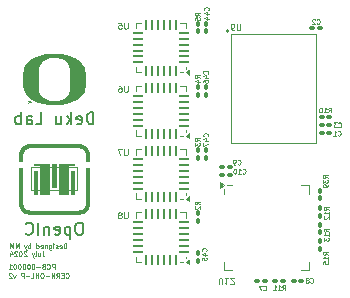
<source format=gbr>
%TF.GenerationSoftware,KiCad,Pcbnew,8.0.5*%
%TF.CreationDate,2025-10-24T05:54:48-05:00*%
%TF.ProjectId,iris-128s,69726973-2d31-4323-9873-2e6b69636164,1*%
%TF.SameCoordinates,Original*%
%TF.FileFunction,Legend,Bot*%
%TF.FilePolarity,Positive*%
%FSLAX46Y46*%
G04 Gerber Fmt 4.6, Leading zero omitted, Abs format (unit mm)*
G04 Created by KiCad (PCBNEW 8.0.5) date 2025-10-24 05:54:48*
%MOMM*%
%LPD*%
G01*
G04 APERTURE LIST*
G04 Aperture macros list*
%AMRoundRect*
0 Rectangle with rounded corners*
0 $1 Rounding radius*
0 $2 $3 $4 $5 $6 $7 $8 $9 X,Y pos of 4 corners*
0 Add a 4 corners polygon primitive as box body*
4,1,4,$2,$3,$4,$5,$6,$7,$8,$9,$2,$3,0*
0 Add four circle primitives for the rounded corners*
1,1,$1+$1,$2,$3*
1,1,$1+$1,$4,$5*
1,1,$1+$1,$6,$7*
1,1,$1+$1,$8,$9*
0 Add four rect primitives between the rounded corners*
20,1,$1+$1,$2,$3,$4,$5,0*
20,1,$1+$1,$4,$5,$6,$7,0*
20,1,$1+$1,$6,$7,$8,$9,0*
20,1,$1+$1,$8,$9,$2,$3,0*%
%AMFreePoly0*
4,1,17,0.288426,0.645521,0.645521,0.288426,0.660400,0.252505,0.660400,-0.252505,0.645521,-0.288426,0.288426,-0.645521,0.252505,-0.660400,-0.252505,-0.660400,-0.288426,-0.645521,-0.645521,-0.288426,-0.660400,-0.252505,-0.660400,0.252505,-0.645521,0.288426,-0.288426,0.645521,-0.252505,0.660400,0.252505,0.660400,0.288426,0.645521,0.288426,0.645521,$1*%
G04 Aperture macros list end*
%ADD10C,0.076200*%
%ADD11C,0.127000*%
%ADD12C,0.100000*%
%ADD13C,0.200000*%
%ADD14C,0.000000*%
%ADD15C,1.450000*%
%ADD16FreePoly0,90.000000*%
%ADD17RoundRect,0.100000X0.130000X0.100000X-0.130000X0.100000X-0.130000X-0.100000X0.130000X-0.100000X0*%
%ADD18RoundRect,0.100000X-0.100000X0.130000X-0.100000X-0.130000X0.100000X-0.130000X0.100000X0.130000X0*%
%ADD19RoundRect,0.100000X0.100000X-0.130000X0.100000X0.130000X-0.100000X0.130000X-0.100000X-0.130000X0*%
%ADD20R,0.250000X0.900000*%
%ADD21R,0.900000X0.250000*%
%ADD22R,5.400000X5.400000*%
%ADD23RoundRect,0.062500X0.062500X-0.375000X0.062500X0.375000X-0.062500X0.375000X-0.062500X-0.375000X0*%
%ADD24RoundRect,0.062500X0.375000X-0.062500X0.375000X0.062500X-0.375000X0.062500X-0.375000X-0.062500X0*%
%ADD25R,2.600000X2.600000*%
%ADD26RoundRect,0.100000X-0.130000X-0.100000X0.130000X-0.100000X0.130000X0.100000X-0.130000X0.100000X0*%
%ADD27C,0.351600*%
G04 APERTURE END LIST*
D10*
X101933903Y-103405340D02*
X101953255Y-103424693D01*
X101953255Y-103424693D02*
X102011313Y-103444045D01*
X102011313Y-103444045D02*
X102050017Y-103444045D01*
X102050017Y-103444045D02*
X102108074Y-103424693D01*
X102108074Y-103424693D02*
X102146779Y-103385988D01*
X102146779Y-103385988D02*
X102166132Y-103347283D01*
X102166132Y-103347283D02*
X102185484Y-103269873D01*
X102185484Y-103269873D02*
X102185484Y-103211816D01*
X102185484Y-103211816D02*
X102166132Y-103134407D01*
X102166132Y-103134407D02*
X102146779Y-103095702D01*
X102146779Y-103095702D02*
X102108074Y-103056997D01*
X102108074Y-103056997D02*
X102050017Y-103037645D01*
X102050017Y-103037645D02*
X102011313Y-103037645D01*
X102011313Y-103037645D02*
X101953255Y-103056997D01*
X101953255Y-103056997D02*
X101933903Y-103076350D01*
X101759732Y-103231169D02*
X101624265Y-103231169D01*
X101566208Y-103444045D02*
X101759732Y-103444045D01*
X101759732Y-103444045D02*
X101759732Y-103037645D01*
X101759732Y-103037645D02*
X101566208Y-103037645D01*
X101159808Y-103444045D02*
X101295275Y-103250521D01*
X101392037Y-103444045D02*
X101392037Y-103037645D01*
X101392037Y-103037645D02*
X101237218Y-103037645D01*
X101237218Y-103037645D02*
X101198513Y-103056997D01*
X101198513Y-103056997D02*
X101179160Y-103076350D01*
X101179160Y-103076350D02*
X101159808Y-103115054D01*
X101159808Y-103115054D02*
X101159808Y-103173112D01*
X101159808Y-103173112D02*
X101179160Y-103211816D01*
X101179160Y-103211816D02*
X101198513Y-103231169D01*
X101198513Y-103231169D02*
X101237218Y-103250521D01*
X101237218Y-103250521D02*
X101392037Y-103250521D01*
X100985637Y-103444045D02*
X100985637Y-103037645D01*
X100985637Y-103037645D02*
X100753408Y-103444045D01*
X100753408Y-103444045D02*
X100753408Y-103037645D01*
X100559885Y-103289226D02*
X100250247Y-103289226D01*
X99979313Y-103037645D02*
X99901904Y-103037645D01*
X99901904Y-103037645D02*
X99863199Y-103056997D01*
X99863199Y-103056997D02*
X99824494Y-103095702D01*
X99824494Y-103095702D02*
X99805142Y-103173112D01*
X99805142Y-103173112D02*
X99805142Y-103308578D01*
X99805142Y-103308578D02*
X99824494Y-103385988D01*
X99824494Y-103385988D02*
X99863199Y-103424693D01*
X99863199Y-103424693D02*
X99901904Y-103444045D01*
X99901904Y-103444045D02*
X99979313Y-103444045D01*
X99979313Y-103444045D02*
X100018018Y-103424693D01*
X100018018Y-103424693D02*
X100056723Y-103385988D01*
X100056723Y-103385988D02*
X100076075Y-103308578D01*
X100076075Y-103308578D02*
X100076075Y-103173112D01*
X100076075Y-103173112D02*
X100056723Y-103095702D01*
X100056723Y-103095702D02*
X100018018Y-103056997D01*
X100018018Y-103056997D02*
X99979313Y-103037645D01*
X99630971Y-103444045D02*
X99630971Y-103037645D01*
X99630971Y-103231169D02*
X99398742Y-103231169D01*
X99398742Y-103444045D02*
X99398742Y-103037645D01*
X99011695Y-103444045D02*
X99205219Y-103444045D01*
X99205219Y-103444045D02*
X99205219Y-103037645D01*
X98876229Y-103289226D02*
X98566591Y-103289226D01*
X98373067Y-103444045D02*
X98373067Y-103037645D01*
X98373067Y-103037645D02*
X98218248Y-103037645D01*
X98218248Y-103037645D02*
X98179543Y-103056997D01*
X98179543Y-103056997D02*
X98160190Y-103076350D01*
X98160190Y-103076350D02*
X98140838Y-103115054D01*
X98140838Y-103115054D02*
X98140838Y-103173112D01*
X98140838Y-103173112D02*
X98160190Y-103211816D01*
X98160190Y-103211816D02*
X98179543Y-103231169D01*
X98179543Y-103231169D02*
X98218248Y-103250521D01*
X98218248Y-103250521D02*
X98373067Y-103250521D01*
X97695733Y-103173112D02*
X97598971Y-103444045D01*
X97598971Y-103444045D02*
X97502210Y-103173112D01*
X97366743Y-103076350D02*
X97347391Y-103056997D01*
X97347391Y-103056997D02*
X97308686Y-103037645D01*
X97308686Y-103037645D02*
X97211924Y-103037645D01*
X97211924Y-103037645D02*
X97173219Y-103056997D01*
X97173219Y-103056997D02*
X97153867Y-103076350D01*
X97153867Y-103076350D02*
X97134514Y-103115054D01*
X97134514Y-103115054D02*
X97134514Y-103153759D01*
X97134514Y-103153759D02*
X97153867Y-103211816D01*
X97153867Y-103211816D02*
X97386095Y-103444045D01*
X97386095Y-103444045D02*
X97134514Y-103444045D01*
D11*
X103201333Y-98761416D02*
X103007809Y-98761416D01*
X103007809Y-98761416D02*
X102911047Y-98809797D01*
X102911047Y-98809797D02*
X102814285Y-98906559D01*
X102814285Y-98906559D02*
X102765904Y-99100083D01*
X102765904Y-99100083D02*
X102765904Y-99438750D01*
X102765904Y-99438750D02*
X102814285Y-99632274D01*
X102814285Y-99632274D02*
X102911047Y-99729036D01*
X102911047Y-99729036D02*
X103007809Y-99777416D01*
X103007809Y-99777416D02*
X103201333Y-99777416D01*
X103201333Y-99777416D02*
X103298095Y-99729036D01*
X103298095Y-99729036D02*
X103394857Y-99632274D01*
X103394857Y-99632274D02*
X103443238Y-99438750D01*
X103443238Y-99438750D02*
X103443238Y-99100083D01*
X103443238Y-99100083D02*
X103394857Y-98906559D01*
X103394857Y-98906559D02*
X103298095Y-98809797D01*
X103298095Y-98809797D02*
X103201333Y-98761416D01*
X102330476Y-99100083D02*
X102330476Y-100116083D01*
X102330476Y-99148464D02*
X102233714Y-99100083D01*
X102233714Y-99100083D02*
X102040190Y-99100083D01*
X102040190Y-99100083D02*
X101943428Y-99148464D01*
X101943428Y-99148464D02*
X101895047Y-99196845D01*
X101895047Y-99196845D02*
X101846666Y-99293607D01*
X101846666Y-99293607D02*
X101846666Y-99583893D01*
X101846666Y-99583893D02*
X101895047Y-99680655D01*
X101895047Y-99680655D02*
X101943428Y-99729036D01*
X101943428Y-99729036D02*
X102040190Y-99777416D01*
X102040190Y-99777416D02*
X102233714Y-99777416D01*
X102233714Y-99777416D02*
X102330476Y-99729036D01*
X101024190Y-99729036D02*
X101120952Y-99777416D01*
X101120952Y-99777416D02*
X101314476Y-99777416D01*
X101314476Y-99777416D02*
X101411238Y-99729036D01*
X101411238Y-99729036D02*
X101459619Y-99632274D01*
X101459619Y-99632274D02*
X101459619Y-99245226D01*
X101459619Y-99245226D02*
X101411238Y-99148464D01*
X101411238Y-99148464D02*
X101314476Y-99100083D01*
X101314476Y-99100083D02*
X101120952Y-99100083D01*
X101120952Y-99100083D02*
X101024190Y-99148464D01*
X101024190Y-99148464D02*
X100975809Y-99245226D01*
X100975809Y-99245226D02*
X100975809Y-99341988D01*
X100975809Y-99341988D02*
X101459619Y-99438750D01*
X100540381Y-99100083D02*
X100540381Y-99777416D01*
X100540381Y-99196845D02*
X100492000Y-99148464D01*
X100492000Y-99148464D02*
X100395238Y-99100083D01*
X100395238Y-99100083D02*
X100250095Y-99100083D01*
X100250095Y-99100083D02*
X100153333Y-99148464D01*
X100153333Y-99148464D02*
X100104952Y-99245226D01*
X100104952Y-99245226D02*
X100104952Y-99777416D01*
X99621143Y-99777416D02*
X99621143Y-98761416D01*
X98556761Y-99680655D02*
X98605142Y-99729036D01*
X98605142Y-99729036D02*
X98750285Y-99777416D01*
X98750285Y-99777416D02*
X98847047Y-99777416D01*
X98847047Y-99777416D02*
X98992190Y-99729036D01*
X98992190Y-99729036D02*
X99088952Y-99632274D01*
X99088952Y-99632274D02*
X99137333Y-99535512D01*
X99137333Y-99535512D02*
X99185714Y-99341988D01*
X99185714Y-99341988D02*
X99185714Y-99196845D01*
X99185714Y-99196845D02*
X99137333Y-99003321D01*
X99137333Y-99003321D02*
X99088952Y-98906559D01*
X99088952Y-98906559D02*
X98992190Y-98809797D01*
X98992190Y-98809797D02*
X98847047Y-98761416D01*
X98847047Y-98761416D02*
X98750285Y-98761416D01*
X98750285Y-98761416D02*
X98605142Y-98809797D01*
X98605142Y-98809797D02*
X98556761Y-98858178D01*
D10*
X101993997Y-100938745D02*
X101993997Y-100532345D01*
X101993997Y-100532345D02*
X101897235Y-100532345D01*
X101897235Y-100532345D02*
X101839178Y-100551697D01*
X101839178Y-100551697D02*
X101800473Y-100590402D01*
X101800473Y-100590402D02*
X101781120Y-100629107D01*
X101781120Y-100629107D02*
X101761768Y-100706516D01*
X101761768Y-100706516D02*
X101761768Y-100764573D01*
X101761768Y-100764573D02*
X101781120Y-100841983D01*
X101781120Y-100841983D02*
X101800473Y-100880688D01*
X101800473Y-100880688D02*
X101839178Y-100919393D01*
X101839178Y-100919393D02*
X101897235Y-100938745D01*
X101897235Y-100938745D02*
X101993997Y-100938745D01*
X101432778Y-100919393D02*
X101471482Y-100938745D01*
X101471482Y-100938745D02*
X101548892Y-100938745D01*
X101548892Y-100938745D02*
X101587597Y-100919393D01*
X101587597Y-100919393D02*
X101606949Y-100880688D01*
X101606949Y-100880688D02*
X101606949Y-100725869D01*
X101606949Y-100725869D02*
X101587597Y-100687164D01*
X101587597Y-100687164D02*
X101548892Y-100667812D01*
X101548892Y-100667812D02*
X101471482Y-100667812D01*
X101471482Y-100667812D02*
X101432778Y-100687164D01*
X101432778Y-100687164D02*
X101413425Y-100725869D01*
X101413425Y-100725869D02*
X101413425Y-100764573D01*
X101413425Y-100764573D02*
X101606949Y-100803278D01*
X101258606Y-100919393D02*
X101219901Y-100938745D01*
X101219901Y-100938745D02*
X101142492Y-100938745D01*
X101142492Y-100938745D02*
X101103787Y-100919393D01*
X101103787Y-100919393D02*
X101084435Y-100880688D01*
X101084435Y-100880688D02*
X101084435Y-100861335D01*
X101084435Y-100861335D02*
X101103787Y-100822631D01*
X101103787Y-100822631D02*
X101142492Y-100803278D01*
X101142492Y-100803278D02*
X101200549Y-100803278D01*
X101200549Y-100803278D02*
X101239254Y-100783926D01*
X101239254Y-100783926D02*
X101258606Y-100745221D01*
X101258606Y-100745221D02*
X101258606Y-100725869D01*
X101258606Y-100725869D02*
X101239254Y-100687164D01*
X101239254Y-100687164D02*
X101200549Y-100667812D01*
X101200549Y-100667812D02*
X101142492Y-100667812D01*
X101142492Y-100667812D02*
X101103787Y-100687164D01*
X100910264Y-100938745D02*
X100910264Y-100667812D01*
X100910264Y-100532345D02*
X100929616Y-100551697D01*
X100929616Y-100551697D02*
X100910264Y-100571050D01*
X100910264Y-100571050D02*
X100890911Y-100551697D01*
X100890911Y-100551697D02*
X100910264Y-100532345D01*
X100910264Y-100532345D02*
X100910264Y-100571050D01*
X100542568Y-100667812D02*
X100542568Y-100996802D01*
X100542568Y-100996802D02*
X100561921Y-101035507D01*
X100561921Y-101035507D02*
X100581273Y-101054859D01*
X100581273Y-101054859D02*
X100619978Y-101074212D01*
X100619978Y-101074212D02*
X100678035Y-101074212D01*
X100678035Y-101074212D02*
X100716740Y-101054859D01*
X100542568Y-100919393D02*
X100581273Y-100938745D01*
X100581273Y-100938745D02*
X100658682Y-100938745D01*
X100658682Y-100938745D02*
X100697387Y-100919393D01*
X100697387Y-100919393D02*
X100716740Y-100900040D01*
X100716740Y-100900040D02*
X100736092Y-100861335D01*
X100736092Y-100861335D02*
X100736092Y-100745221D01*
X100736092Y-100745221D02*
X100716740Y-100706516D01*
X100716740Y-100706516D02*
X100697387Y-100687164D01*
X100697387Y-100687164D02*
X100658682Y-100667812D01*
X100658682Y-100667812D02*
X100581273Y-100667812D01*
X100581273Y-100667812D02*
X100542568Y-100687164D01*
X100349045Y-100667812D02*
X100349045Y-100938745D01*
X100349045Y-100706516D02*
X100329692Y-100687164D01*
X100329692Y-100687164D02*
X100290987Y-100667812D01*
X100290987Y-100667812D02*
X100232930Y-100667812D01*
X100232930Y-100667812D02*
X100194226Y-100687164D01*
X100194226Y-100687164D02*
X100174873Y-100725869D01*
X100174873Y-100725869D02*
X100174873Y-100938745D01*
X99826531Y-100919393D02*
X99865235Y-100938745D01*
X99865235Y-100938745D02*
X99942645Y-100938745D01*
X99942645Y-100938745D02*
X99981350Y-100919393D01*
X99981350Y-100919393D02*
X100000702Y-100880688D01*
X100000702Y-100880688D02*
X100000702Y-100725869D01*
X100000702Y-100725869D02*
X99981350Y-100687164D01*
X99981350Y-100687164D02*
X99942645Y-100667812D01*
X99942645Y-100667812D02*
X99865235Y-100667812D01*
X99865235Y-100667812D02*
X99826531Y-100687164D01*
X99826531Y-100687164D02*
X99807178Y-100725869D01*
X99807178Y-100725869D02*
X99807178Y-100764573D01*
X99807178Y-100764573D02*
X100000702Y-100803278D01*
X99458835Y-100938745D02*
X99458835Y-100532345D01*
X99458835Y-100919393D02*
X99497540Y-100938745D01*
X99497540Y-100938745D02*
X99574949Y-100938745D01*
X99574949Y-100938745D02*
X99613654Y-100919393D01*
X99613654Y-100919393D02*
X99633007Y-100900040D01*
X99633007Y-100900040D02*
X99652359Y-100861335D01*
X99652359Y-100861335D02*
X99652359Y-100745221D01*
X99652359Y-100745221D02*
X99633007Y-100706516D01*
X99633007Y-100706516D02*
X99613654Y-100687164D01*
X99613654Y-100687164D02*
X99574949Y-100667812D01*
X99574949Y-100667812D02*
X99497540Y-100667812D01*
X99497540Y-100667812D02*
X99458835Y-100687164D01*
X98955674Y-100938745D02*
X98955674Y-100532345D01*
X98955674Y-100687164D02*
X98916969Y-100667812D01*
X98916969Y-100667812D02*
X98839559Y-100667812D01*
X98839559Y-100667812D02*
X98800855Y-100687164D01*
X98800855Y-100687164D02*
X98781502Y-100706516D01*
X98781502Y-100706516D02*
X98762150Y-100745221D01*
X98762150Y-100745221D02*
X98762150Y-100861335D01*
X98762150Y-100861335D02*
X98781502Y-100900040D01*
X98781502Y-100900040D02*
X98800855Y-100919393D01*
X98800855Y-100919393D02*
X98839559Y-100938745D01*
X98839559Y-100938745D02*
X98916969Y-100938745D01*
X98916969Y-100938745D02*
X98955674Y-100919393D01*
X98626683Y-100667812D02*
X98529921Y-100938745D01*
X98433160Y-100667812D02*
X98529921Y-100938745D01*
X98529921Y-100938745D02*
X98568626Y-101035507D01*
X98568626Y-101035507D02*
X98587979Y-101054859D01*
X98587979Y-101054859D02*
X98626683Y-101074212D01*
X97968703Y-100938745D02*
X97968703Y-100532345D01*
X97968703Y-100532345D02*
X97833236Y-100822631D01*
X97833236Y-100822631D02*
X97697769Y-100532345D01*
X97697769Y-100532345D02*
X97697769Y-100938745D01*
X97504246Y-100938745D02*
X97504246Y-100532345D01*
X97504246Y-100532345D02*
X97368779Y-100822631D01*
X97368779Y-100822631D02*
X97233312Y-100532345D01*
X97233312Y-100532345D02*
X97233312Y-100938745D01*
X99981351Y-101186626D02*
X99981351Y-101476912D01*
X99981351Y-101476912D02*
X100000704Y-101534969D01*
X100000704Y-101534969D02*
X100039408Y-101573674D01*
X100039408Y-101573674D02*
X100097466Y-101593026D01*
X100097466Y-101593026D02*
X100136170Y-101593026D01*
X99613656Y-101322093D02*
X99613656Y-101593026D01*
X99787828Y-101322093D02*
X99787828Y-101534969D01*
X99787828Y-101534969D02*
X99768475Y-101573674D01*
X99768475Y-101573674D02*
X99729770Y-101593026D01*
X99729770Y-101593026D02*
X99671713Y-101593026D01*
X99671713Y-101593026D02*
X99633009Y-101573674D01*
X99633009Y-101573674D02*
X99613656Y-101554321D01*
X99362075Y-101593026D02*
X99400780Y-101573674D01*
X99400780Y-101573674D02*
X99420133Y-101534969D01*
X99420133Y-101534969D02*
X99420133Y-101186626D01*
X99245961Y-101322093D02*
X99149199Y-101593026D01*
X99052438Y-101322093D02*
X99149199Y-101593026D01*
X99149199Y-101593026D02*
X99187904Y-101689788D01*
X99187904Y-101689788D02*
X99207257Y-101709140D01*
X99207257Y-101709140D02*
X99245961Y-101728493D01*
X98607333Y-101225331D02*
X98587981Y-101205978D01*
X98587981Y-101205978D02*
X98549276Y-101186626D01*
X98549276Y-101186626D02*
X98452514Y-101186626D01*
X98452514Y-101186626D02*
X98413809Y-101205978D01*
X98413809Y-101205978D02*
X98394457Y-101225331D01*
X98394457Y-101225331D02*
X98375104Y-101264035D01*
X98375104Y-101264035D02*
X98375104Y-101302740D01*
X98375104Y-101302740D02*
X98394457Y-101360797D01*
X98394457Y-101360797D02*
X98626685Y-101593026D01*
X98626685Y-101593026D02*
X98375104Y-101593026D01*
X98123523Y-101186626D02*
X98084818Y-101186626D01*
X98084818Y-101186626D02*
X98046114Y-101205978D01*
X98046114Y-101205978D02*
X98026761Y-101225331D01*
X98026761Y-101225331D02*
X98007409Y-101264035D01*
X98007409Y-101264035D02*
X97988056Y-101341445D01*
X97988056Y-101341445D02*
X97988056Y-101438207D01*
X97988056Y-101438207D02*
X98007409Y-101515616D01*
X98007409Y-101515616D02*
X98026761Y-101554321D01*
X98026761Y-101554321D02*
X98046114Y-101573674D01*
X98046114Y-101573674D02*
X98084818Y-101593026D01*
X98084818Y-101593026D02*
X98123523Y-101593026D01*
X98123523Y-101593026D02*
X98162228Y-101573674D01*
X98162228Y-101573674D02*
X98181580Y-101554321D01*
X98181580Y-101554321D02*
X98200933Y-101515616D01*
X98200933Y-101515616D02*
X98220285Y-101438207D01*
X98220285Y-101438207D02*
X98220285Y-101341445D01*
X98220285Y-101341445D02*
X98200933Y-101264035D01*
X98200933Y-101264035D02*
X98181580Y-101225331D01*
X98181580Y-101225331D02*
X98162228Y-101205978D01*
X98162228Y-101205978D02*
X98123523Y-101186626D01*
X97833237Y-101225331D02*
X97813885Y-101205978D01*
X97813885Y-101205978D02*
X97775180Y-101186626D01*
X97775180Y-101186626D02*
X97678418Y-101186626D01*
X97678418Y-101186626D02*
X97639713Y-101205978D01*
X97639713Y-101205978D02*
X97620361Y-101225331D01*
X97620361Y-101225331D02*
X97601008Y-101264035D01*
X97601008Y-101264035D02*
X97601008Y-101302740D01*
X97601008Y-101302740D02*
X97620361Y-101360797D01*
X97620361Y-101360797D02*
X97852589Y-101593026D01*
X97852589Y-101593026D02*
X97601008Y-101593026D01*
X97252665Y-101322093D02*
X97252665Y-101593026D01*
X97349427Y-101167274D02*
X97446189Y-101457559D01*
X97446189Y-101457559D02*
X97194608Y-101457559D01*
X100996803Y-102682905D02*
X100996803Y-102276505D01*
X100996803Y-102276505D02*
X100841984Y-102276505D01*
X100841984Y-102276505D02*
X100803279Y-102295857D01*
X100803279Y-102295857D02*
X100783926Y-102315210D01*
X100783926Y-102315210D02*
X100764574Y-102353914D01*
X100764574Y-102353914D02*
X100764574Y-102411972D01*
X100764574Y-102411972D02*
X100783926Y-102450676D01*
X100783926Y-102450676D02*
X100803279Y-102470029D01*
X100803279Y-102470029D02*
X100841984Y-102489381D01*
X100841984Y-102489381D02*
X100996803Y-102489381D01*
X100358174Y-102644200D02*
X100377526Y-102663553D01*
X100377526Y-102663553D02*
X100435584Y-102682905D01*
X100435584Y-102682905D02*
X100474288Y-102682905D01*
X100474288Y-102682905D02*
X100532345Y-102663553D01*
X100532345Y-102663553D02*
X100571050Y-102624848D01*
X100571050Y-102624848D02*
X100590403Y-102586143D01*
X100590403Y-102586143D02*
X100609755Y-102508733D01*
X100609755Y-102508733D02*
X100609755Y-102450676D01*
X100609755Y-102450676D02*
X100590403Y-102373267D01*
X100590403Y-102373267D02*
X100571050Y-102334562D01*
X100571050Y-102334562D02*
X100532345Y-102295857D01*
X100532345Y-102295857D02*
X100474288Y-102276505D01*
X100474288Y-102276505D02*
X100435584Y-102276505D01*
X100435584Y-102276505D02*
X100377526Y-102295857D01*
X100377526Y-102295857D02*
X100358174Y-102315210D01*
X100048536Y-102470029D02*
X99990479Y-102489381D01*
X99990479Y-102489381D02*
X99971126Y-102508733D01*
X99971126Y-102508733D02*
X99951774Y-102547438D01*
X99951774Y-102547438D02*
X99951774Y-102605495D01*
X99951774Y-102605495D02*
X99971126Y-102644200D01*
X99971126Y-102644200D02*
X99990479Y-102663553D01*
X99990479Y-102663553D02*
X100029184Y-102682905D01*
X100029184Y-102682905D02*
X100184003Y-102682905D01*
X100184003Y-102682905D02*
X100184003Y-102276505D01*
X100184003Y-102276505D02*
X100048536Y-102276505D01*
X100048536Y-102276505D02*
X100009831Y-102295857D01*
X100009831Y-102295857D02*
X99990479Y-102315210D01*
X99990479Y-102315210D02*
X99971126Y-102353914D01*
X99971126Y-102353914D02*
X99971126Y-102392619D01*
X99971126Y-102392619D02*
X99990479Y-102431324D01*
X99990479Y-102431324D02*
X100009831Y-102450676D01*
X100009831Y-102450676D02*
X100048536Y-102470029D01*
X100048536Y-102470029D02*
X100184003Y-102470029D01*
X99777603Y-102528086D02*
X99467965Y-102528086D01*
X99197031Y-102276505D02*
X99158326Y-102276505D01*
X99158326Y-102276505D02*
X99119622Y-102295857D01*
X99119622Y-102295857D02*
X99100269Y-102315210D01*
X99100269Y-102315210D02*
X99080917Y-102353914D01*
X99080917Y-102353914D02*
X99061564Y-102431324D01*
X99061564Y-102431324D02*
X99061564Y-102528086D01*
X99061564Y-102528086D02*
X99080917Y-102605495D01*
X99080917Y-102605495D02*
X99100269Y-102644200D01*
X99100269Y-102644200D02*
X99119622Y-102663553D01*
X99119622Y-102663553D02*
X99158326Y-102682905D01*
X99158326Y-102682905D02*
X99197031Y-102682905D01*
X99197031Y-102682905D02*
X99235736Y-102663553D01*
X99235736Y-102663553D02*
X99255088Y-102644200D01*
X99255088Y-102644200D02*
X99274441Y-102605495D01*
X99274441Y-102605495D02*
X99293793Y-102528086D01*
X99293793Y-102528086D02*
X99293793Y-102431324D01*
X99293793Y-102431324D02*
X99274441Y-102353914D01*
X99274441Y-102353914D02*
X99255088Y-102315210D01*
X99255088Y-102315210D02*
X99235736Y-102295857D01*
X99235736Y-102295857D02*
X99197031Y-102276505D01*
X98809983Y-102276505D02*
X98771278Y-102276505D01*
X98771278Y-102276505D02*
X98732574Y-102295857D01*
X98732574Y-102295857D02*
X98713221Y-102315210D01*
X98713221Y-102315210D02*
X98693869Y-102353914D01*
X98693869Y-102353914D02*
X98674516Y-102431324D01*
X98674516Y-102431324D02*
X98674516Y-102528086D01*
X98674516Y-102528086D02*
X98693869Y-102605495D01*
X98693869Y-102605495D02*
X98713221Y-102644200D01*
X98713221Y-102644200D02*
X98732574Y-102663553D01*
X98732574Y-102663553D02*
X98771278Y-102682905D01*
X98771278Y-102682905D02*
X98809983Y-102682905D01*
X98809983Y-102682905D02*
X98848688Y-102663553D01*
X98848688Y-102663553D02*
X98868040Y-102644200D01*
X98868040Y-102644200D02*
X98887393Y-102605495D01*
X98887393Y-102605495D02*
X98906745Y-102528086D01*
X98906745Y-102528086D02*
X98906745Y-102431324D01*
X98906745Y-102431324D02*
X98887393Y-102353914D01*
X98887393Y-102353914D02*
X98868040Y-102315210D01*
X98868040Y-102315210D02*
X98848688Y-102295857D01*
X98848688Y-102295857D02*
X98809983Y-102276505D01*
X98422935Y-102276505D02*
X98384230Y-102276505D01*
X98384230Y-102276505D02*
X98345526Y-102295857D01*
X98345526Y-102295857D02*
X98326173Y-102315210D01*
X98326173Y-102315210D02*
X98306821Y-102353914D01*
X98306821Y-102353914D02*
X98287468Y-102431324D01*
X98287468Y-102431324D02*
X98287468Y-102528086D01*
X98287468Y-102528086D02*
X98306821Y-102605495D01*
X98306821Y-102605495D02*
X98326173Y-102644200D01*
X98326173Y-102644200D02*
X98345526Y-102663553D01*
X98345526Y-102663553D02*
X98384230Y-102682905D01*
X98384230Y-102682905D02*
X98422935Y-102682905D01*
X98422935Y-102682905D02*
X98461640Y-102663553D01*
X98461640Y-102663553D02*
X98480992Y-102644200D01*
X98480992Y-102644200D02*
X98500345Y-102605495D01*
X98500345Y-102605495D02*
X98519697Y-102528086D01*
X98519697Y-102528086D02*
X98519697Y-102431324D01*
X98519697Y-102431324D02*
X98500345Y-102353914D01*
X98500345Y-102353914D02*
X98480992Y-102315210D01*
X98480992Y-102315210D02*
X98461640Y-102295857D01*
X98461640Y-102295857D02*
X98422935Y-102276505D01*
X98035887Y-102276505D02*
X97997182Y-102276505D01*
X97997182Y-102276505D02*
X97958478Y-102295857D01*
X97958478Y-102295857D02*
X97939125Y-102315210D01*
X97939125Y-102315210D02*
X97919773Y-102353914D01*
X97919773Y-102353914D02*
X97900420Y-102431324D01*
X97900420Y-102431324D02*
X97900420Y-102528086D01*
X97900420Y-102528086D02*
X97919773Y-102605495D01*
X97919773Y-102605495D02*
X97939125Y-102644200D01*
X97939125Y-102644200D02*
X97958478Y-102663553D01*
X97958478Y-102663553D02*
X97997182Y-102682905D01*
X97997182Y-102682905D02*
X98035887Y-102682905D01*
X98035887Y-102682905D02*
X98074592Y-102663553D01*
X98074592Y-102663553D02*
X98093944Y-102644200D01*
X98093944Y-102644200D02*
X98113297Y-102605495D01*
X98113297Y-102605495D02*
X98132649Y-102528086D01*
X98132649Y-102528086D02*
X98132649Y-102431324D01*
X98132649Y-102431324D02*
X98113297Y-102353914D01*
X98113297Y-102353914D02*
X98093944Y-102315210D01*
X98093944Y-102315210D02*
X98074592Y-102295857D01*
X98074592Y-102295857D02*
X98035887Y-102276505D01*
X97648839Y-102276505D02*
X97610134Y-102276505D01*
X97610134Y-102276505D02*
X97571430Y-102295857D01*
X97571430Y-102295857D02*
X97552077Y-102315210D01*
X97552077Y-102315210D02*
X97532725Y-102353914D01*
X97532725Y-102353914D02*
X97513372Y-102431324D01*
X97513372Y-102431324D02*
X97513372Y-102528086D01*
X97513372Y-102528086D02*
X97532725Y-102605495D01*
X97532725Y-102605495D02*
X97552077Y-102644200D01*
X97552077Y-102644200D02*
X97571430Y-102663553D01*
X97571430Y-102663553D02*
X97610134Y-102682905D01*
X97610134Y-102682905D02*
X97648839Y-102682905D01*
X97648839Y-102682905D02*
X97687544Y-102663553D01*
X97687544Y-102663553D02*
X97706896Y-102644200D01*
X97706896Y-102644200D02*
X97726249Y-102605495D01*
X97726249Y-102605495D02*
X97745601Y-102528086D01*
X97745601Y-102528086D02*
X97745601Y-102431324D01*
X97745601Y-102431324D02*
X97726249Y-102353914D01*
X97726249Y-102353914D02*
X97706896Y-102315210D01*
X97706896Y-102315210D02*
X97687544Y-102295857D01*
X97687544Y-102295857D02*
X97648839Y-102276505D01*
X97126324Y-102682905D02*
X97358553Y-102682905D01*
X97242439Y-102682905D02*
X97242439Y-102276505D01*
X97242439Y-102276505D02*
X97281143Y-102334562D01*
X97281143Y-102334562D02*
X97319848Y-102373267D01*
X97319848Y-102373267D02*
X97358553Y-102392619D01*
D11*
X104289904Y-90427376D02*
X104289904Y-89411376D01*
X104289904Y-89411376D02*
X104047999Y-89411376D01*
X104047999Y-89411376D02*
X103902856Y-89459757D01*
X103902856Y-89459757D02*
X103806094Y-89556519D01*
X103806094Y-89556519D02*
X103757713Y-89653281D01*
X103757713Y-89653281D02*
X103709332Y-89846805D01*
X103709332Y-89846805D02*
X103709332Y-89991948D01*
X103709332Y-89991948D02*
X103757713Y-90185472D01*
X103757713Y-90185472D02*
X103806094Y-90282234D01*
X103806094Y-90282234D02*
X103902856Y-90378996D01*
X103902856Y-90378996D02*
X104047999Y-90427376D01*
X104047999Y-90427376D02*
X104289904Y-90427376D01*
X102886856Y-90378996D02*
X102983618Y-90427376D01*
X102983618Y-90427376D02*
X103177142Y-90427376D01*
X103177142Y-90427376D02*
X103273904Y-90378996D01*
X103273904Y-90378996D02*
X103322285Y-90282234D01*
X103322285Y-90282234D02*
X103322285Y-89895186D01*
X103322285Y-89895186D02*
X103273904Y-89798424D01*
X103273904Y-89798424D02*
X103177142Y-89750043D01*
X103177142Y-89750043D02*
X102983618Y-89750043D01*
X102983618Y-89750043D02*
X102886856Y-89798424D01*
X102886856Y-89798424D02*
X102838475Y-89895186D01*
X102838475Y-89895186D02*
X102838475Y-89991948D01*
X102838475Y-89991948D02*
X103322285Y-90088710D01*
X102403047Y-90427376D02*
X102403047Y-89411376D01*
X102306285Y-90040329D02*
X102015999Y-90427376D01*
X102015999Y-89750043D02*
X102403047Y-90137091D01*
X101145142Y-89750043D02*
X101145142Y-90427376D01*
X101580571Y-89750043D02*
X101580571Y-90282234D01*
X101580571Y-90282234D02*
X101532190Y-90378996D01*
X101532190Y-90378996D02*
X101435428Y-90427376D01*
X101435428Y-90427376D02*
X101290285Y-90427376D01*
X101290285Y-90427376D02*
X101193523Y-90378996D01*
X101193523Y-90378996D02*
X101145142Y-90330615D01*
X99403428Y-90427376D02*
X99887238Y-90427376D01*
X99887238Y-90427376D02*
X99887238Y-89411376D01*
X98629333Y-90427376D02*
X98629333Y-89895186D01*
X98629333Y-89895186D02*
X98677714Y-89798424D01*
X98677714Y-89798424D02*
X98774476Y-89750043D01*
X98774476Y-89750043D02*
X98968000Y-89750043D01*
X98968000Y-89750043D02*
X99064762Y-89798424D01*
X98629333Y-90378996D02*
X98726095Y-90427376D01*
X98726095Y-90427376D02*
X98968000Y-90427376D01*
X98968000Y-90427376D02*
X99064762Y-90378996D01*
X99064762Y-90378996D02*
X99113143Y-90282234D01*
X99113143Y-90282234D02*
X99113143Y-90185472D01*
X99113143Y-90185472D02*
X99064762Y-90088710D01*
X99064762Y-90088710D02*
X98968000Y-90040329D01*
X98968000Y-90040329D02*
X98726095Y-90040329D01*
X98726095Y-90040329D02*
X98629333Y-89991948D01*
X98145524Y-90427376D02*
X98145524Y-89411376D01*
X98145524Y-89798424D02*
X98048762Y-89750043D01*
X98048762Y-89750043D02*
X97855238Y-89750043D01*
X97855238Y-89750043D02*
X97758476Y-89798424D01*
X97758476Y-89798424D02*
X97710095Y-89846805D01*
X97710095Y-89846805D02*
X97661714Y-89943567D01*
X97661714Y-89943567D02*
X97661714Y-90233853D01*
X97661714Y-90233853D02*
X97710095Y-90330615D01*
X97710095Y-90330615D02*
X97758476Y-90378996D01*
X97758476Y-90378996D02*
X97855238Y-90427376D01*
X97855238Y-90427376D02*
X98048762Y-90427376D01*
X98048762Y-90427376D02*
X98145524Y-90378996D01*
D10*
X125024333Y-90656900D02*
X125043685Y-90676253D01*
X125043685Y-90676253D02*
X125101743Y-90695605D01*
X125101743Y-90695605D02*
X125140447Y-90695605D01*
X125140447Y-90695605D02*
X125198504Y-90676253D01*
X125198504Y-90676253D02*
X125237209Y-90637548D01*
X125237209Y-90637548D02*
X125256562Y-90598843D01*
X125256562Y-90598843D02*
X125275914Y-90521433D01*
X125275914Y-90521433D02*
X125275914Y-90463376D01*
X125275914Y-90463376D02*
X125256562Y-90385967D01*
X125256562Y-90385967D02*
X125237209Y-90347262D01*
X125237209Y-90347262D02*
X125198504Y-90308557D01*
X125198504Y-90308557D02*
X125140447Y-90289205D01*
X125140447Y-90289205D02*
X125101743Y-90289205D01*
X125101743Y-90289205D02*
X125043685Y-90308557D01*
X125043685Y-90308557D02*
X125024333Y-90327910D01*
X124888866Y-90289205D02*
X124637285Y-90289205D01*
X124637285Y-90289205D02*
X124772752Y-90444024D01*
X124772752Y-90444024D02*
X124714695Y-90444024D01*
X124714695Y-90444024D02*
X124675990Y-90463376D01*
X124675990Y-90463376D02*
X124656638Y-90482729D01*
X124656638Y-90482729D02*
X124637285Y-90521433D01*
X124637285Y-90521433D02*
X124637285Y-90618195D01*
X124637285Y-90618195D02*
X124656638Y-90656900D01*
X124656638Y-90656900D02*
X124675990Y-90676253D01*
X124675990Y-90676253D02*
X124714695Y-90695605D01*
X124714695Y-90695605D02*
X124830809Y-90695605D01*
X124830809Y-90695605D02*
X124869514Y-90676253D01*
X124869514Y-90676253D02*
X124888866Y-90656900D01*
X114021520Y-80789862D02*
X114040873Y-80770510D01*
X114040873Y-80770510D02*
X114060225Y-80712452D01*
X114060225Y-80712452D02*
X114060225Y-80673748D01*
X114060225Y-80673748D02*
X114040873Y-80615691D01*
X114040873Y-80615691D02*
X114002168Y-80576986D01*
X114002168Y-80576986D02*
X113963463Y-80557633D01*
X113963463Y-80557633D02*
X113886053Y-80538281D01*
X113886053Y-80538281D02*
X113827996Y-80538281D01*
X113827996Y-80538281D02*
X113750587Y-80557633D01*
X113750587Y-80557633D02*
X113711882Y-80576986D01*
X113711882Y-80576986D02*
X113673177Y-80615691D01*
X113673177Y-80615691D02*
X113653825Y-80673748D01*
X113653825Y-80673748D02*
X113653825Y-80712452D01*
X113653825Y-80712452D02*
X113673177Y-80770510D01*
X113673177Y-80770510D02*
X113692530Y-80789862D01*
X113789292Y-81138205D02*
X114060225Y-81138205D01*
X113634473Y-81041443D02*
X113924758Y-80944681D01*
X113924758Y-80944681D02*
X113924758Y-81196262D01*
X113789292Y-81525253D02*
X114060225Y-81525253D01*
X113634473Y-81428491D02*
X113924758Y-81331729D01*
X113924758Y-81331729D02*
X113924758Y-81583310D01*
X120290057Y-104465305D02*
X120425524Y-104271781D01*
X120522286Y-104465305D02*
X120522286Y-104058905D01*
X120522286Y-104058905D02*
X120367467Y-104058905D01*
X120367467Y-104058905D02*
X120328762Y-104078257D01*
X120328762Y-104078257D02*
X120309409Y-104097610D01*
X120309409Y-104097610D02*
X120290057Y-104136314D01*
X120290057Y-104136314D02*
X120290057Y-104194372D01*
X120290057Y-104194372D02*
X120309409Y-104233076D01*
X120309409Y-104233076D02*
X120328762Y-104252429D01*
X120328762Y-104252429D02*
X120367467Y-104271781D01*
X120367467Y-104271781D02*
X120522286Y-104271781D01*
X119903009Y-104465305D02*
X120135238Y-104465305D01*
X120019124Y-104465305D02*
X120019124Y-104058905D01*
X120019124Y-104058905D02*
X120057828Y-104116962D01*
X120057828Y-104116962D02*
X120096533Y-104155667D01*
X120096533Y-104155667D02*
X120135238Y-104175019D01*
X119515961Y-104465305D02*
X119748190Y-104465305D01*
X119632076Y-104465305D02*
X119632076Y-104058905D01*
X119632076Y-104058905D02*
X119670780Y-104116962D01*
X119670780Y-104116962D02*
X119709485Y-104155667D01*
X119709485Y-104155667D02*
X119748190Y-104175019D01*
X124204525Y-97701882D02*
X124011001Y-97566415D01*
X124204525Y-97469653D02*
X123798125Y-97469653D01*
X123798125Y-97469653D02*
X123798125Y-97624472D01*
X123798125Y-97624472D02*
X123817477Y-97663177D01*
X123817477Y-97663177D02*
X123836830Y-97682530D01*
X123836830Y-97682530D02*
X123875534Y-97701882D01*
X123875534Y-97701882D02*
X123933592Y-97701882D01*
X123933592Y-97701882D02*
X123972296Y-97682530D01*
X123972296Y-97682530D02*
X123991649Y-97663177D01*
X123991649Y-97663177D02*
X124011001Y-97624472D01*
X124011001Y-97624472D02*
X124011001Y-97469653D01*
X124204525Y-98088930D02*
X124204525Y-97856701D01*
X124204525Y-97972815D02*
X123798125Y-97972815D01*
X123798125Y-97972815D02*
X123856182Y-97934111D01*
X123856182Y-97934111D02*
X123894887Y-97895406D01*
X123894887Y-97895406D02*
X123914239Y-97856701D01*
X123836830Y-98243749D02*
X123817477Y-98263101D01*
X123817477Y-98263101D02*
X123798125Y-98301806D01*
X123798125Y-98301806D02*
X123798125Y-98398568D01*
X123798125Y-98398568D02*
X123817477Y-98437273D01*
X123817477Y-98437273D02*
X123836830Y-98456625D01*
X123836830Y-98456625D02*
X123875534Y-98475978D01*
X123875534Y-98475978D02*
X123914239Y-98475978D01*
X123914239Y-98475978D02*
X123972296Y-98456625D01*
X123972296Y-98456625D02*
X124204525Y-98224397D01*
X124204525Y-98224397D02*
X124204525Y-98475978D01*
X124118165Y-94993822D02*
X123924641Y-94858355D01*
X124118165Y-94761593D02*
X123711765Y-94761593D01*
X123711765Y-94761593D02*
X123711765Y-94916412D01*
X123711765Y-94916412D02*
X123731117Y-94955117D01*
X123731117Y-94955117D02*
X123750470Y-94974470D01*
X123750470Y-94974470D02*
X123789174Y-94993822D01*
X123789174Y-94993822D02*
X123847232Y-94993822D01*
X123847232Y-94993822D02*
X123885936Y-94974470D01*
X123885936Y-94974470D02*
X123905289Y-94955117D01*
X123905289Y-94955117D02*
X123924641Y-94916412D01*
X123924641Y-94916412D02*
X123924641Y-94761593D01*
X123711765Y-95129289D02*
X123711765Y-95380870D01*
X123711765Y-95380870D02*
X123866584Y-95245403D01*
X123866584Y-95245403D02*
X123866584Y-95303460D01*
X123866584Y-95303460D02*
X123885936Y-95342165D01*
X123885936Y-95342165D02*
X123905289Y-95361517D01*
X123905289Y-95361517D02*
X123943993Y-95380870D01*
X123943993Y-95380870D02*
X124040755Y-95380870D01*
X124040755Y-95380870D02*
X124079460Y-95361517D01*
X124079460Y-95361517D02*
X124098813Y-95342165D01*
X124098813Y-95342165D02*
X124118165Y-95303460D01*
X124118165Y-95303460D02*
X124118165Y-95187346D01*
X124118165Y-95187346D02*
X124098813Y-95148641D01*
X124098813Y-95148641D02*
X124079460Y-95129289D01*
X124118165Y-95574394D02*
X124118165Y-95651803D01*
X124118165Y-95651803D02*
X124098813Y-95690508D01*
X124098813Y-95690508D02*
X124079460Y-95709860D01*
X124079460Y-95709860D02*
X124021403Y-95748565D01*
X124021403Y-95748565D02*
X123943993Y-95767918D01*
X123943993Y-95767918D02*
X123789174Y-95767918D01*
X123789174Y-95767918D02*
X123750470Y-95748565D01*
X123750470Y-95748565D02*
X123731117Y-95729213D01*
X123731117Y-95729213D02*
X123711765Y-95690508D01*
X123711765Y-95690508D02*
X123711765Y-95613099D01*
X123711765Y-95613099D02*
X123731117Y-95574394D01*
X123731117Y-95574394D02*
X123750470Y-95555041D01*
X123750470Y-95555041D02*
X123789174Y-95535689D01*
X123789174Y-95535689D02*
X123885936Y-95535689D01*
X123885936Y-95535689D02*
X123924641Y-95555041D01*
X123924641Y-95555041D02*
X123943993Y-95574394D01*
X123943993Y-95574394D02*
X123963346Y-95613099D01*
X123963346Y-95613099D02*
X123963346Y-95690508D01*
X123963346Y-95690508D02*
X123943993Y-95729213D01*
X123943993Y-95729213D02*
X123924641Y-95748565D01*
X123924641Y-95748565D02*
X123885936Y-95767918D01*
X113294345Y-91856106D02*
X113100821Y-91720639D01*
X113294345Y-91623877D02*
X112887945Y-91623877D01*
X112887945Y-91623877D02*
X112887945Y-91778696D01*
X112887945Y-91778696D02*
X112907297Y-91817401D01*
X112907297Y-91817401D02*
X112926650Y-91836754D01*
X112926650Y-91836754D02*
X112965354Y-91856106D01*
X112965354Y-91856106D02*
X113023412Y-91856106D01*
X113023412Y-91856106D02*
X113062116Y-91836754D01*
X113062116Y-91836754D02*
X113081469Y-91817401D01*
X113081469Y-91817401D02*
X113100821Y-91778696D01*
X113100821Y-91778696D02*
X113100821Y-91623877D01*
X112887945Y-91991573D02*
X112887945Y-92243154D01*
X112887945Y-92243154D02*
X113042764Y-92107687D01*
X113042764Y-92107687D02*
X113042764Y-92165744D01*
X113042764Y-92165744D02*
X113062116Y-92204449D01*
X113062116Y-92204449D02*
X113081469Y-92223801D01*
X113081469Y-92223801D02*
X113120173Y-92243154D01*
X113120173Y-92243154D02*
X113216935Y-92243154D01*
X113216935Y-92243154D02*
X113255640Y-92223801D01*
X113255640Y-92223801D02*
X113274993Y-92204449D01*
X113274993Y-92204449D02*
X113294345Y-92165744D01*
X113294345Y-92165744D02*
X113294345Y-92049630D01*
X113294345Y-92049630D02*
X113274993Y-92010925D01*
X113274993Y-92010925D02*
X113255640Y-91991573D01*
X116499593Y-93809080D02*
X116518945Y-93828433D01*
X116518945Y-93828433D02*
X116577003Y-93847785D01*
X116577003Y-93847785D02*
X116615707Y-93847785D01*
X116615707Y-93847785D02*
X116673764Y-93828433D01*
X116673764Y-93828433D02*
X116712469Y-93789728D01*
X116712469Y-93789728D02*
X116731822Y-93751023D01*
X116731822Y-93751023D02*
X116751174Y-93673613D01*
X116751174Y-93673613D02*
X116751174Y-93615556D01*
X116751174Y-93615556D02*
X116731822Y-93538147D01*
X116731822Y-93538147D02*
X116712469Y-93499442D01*
X116712469Y-93499442D02*
X116673764Y-93460737D01*
X116673764Y-93460737D02*
X116615707Y-93441385D01*
X116615707Y-93441385D02*
X116577003Y-93441385D01*
X116577003Y-93441385D02*
X116518945Y-93460737D01*
X116518945Y-93460737D02*
X116499593Y-93480090D01*
X116306069Y-93847785D02*
X116228660Y-93847785D01*
X116228660Y-93847785D02*
X116189955Y-93828433D01*
X116189955Y-93828433D02*
X116170603Y-93809080D01*
X116170603Y-93809080D02*
X116131898Y-93751023D01*
X116131898Y-93751023D02*
X116112545Y-93673613D01*
X116112545Y-93673613D02*
X116112545Y-93518794D01*
X116112545Y-93518794D02*
X116131898Y-93480090D01*
X116131898Y-93480090D02*
X116151250Y-93460737D01*
X116151250Y-93460737D02*
X116189955Y-93441385D01*
X116189955Y-93441385D02*
X116267364Y-93441385D01*
X116267364Y-93441385D02*
X116306069Y-93460737D01*
X116306069Y-93460737D02*
X116325422Y-93480090D01*
X116325422Y-93480090D02*
X116344774Y-93518794D01*
X116344774Y-93518794D02*
X116344774Y-93615556D01*
X116344774Y-93615556D02*
X116325422Y-93654261D01*
X116325422Y-93654261D02*
X116306069Y-93673613D01*
X116306069Y-93673613D02*
X116267364Y-93692966D01*
X116267364Y-93692966D02*
X116189955Y-93692966D01*
X116189955Y-93692966D02*
X116151250Y-93673613D01*
X116151250Y-93673613D02*
X116131898Y-93654261D01*
X116131898Y-93654261D02*
X116112545Y-93615556D01*
X124978613Y-91359120D02*
X124997965Y-91378473D01*
X124997965Y-91378473D02*
X125056023Y-91397825D01*
X125056023Y-91397825D02*
X125094727Y-91397825D01*
X125094727Y-91397825D02*
X125152784Y-91378473D01*
X125152784Y-91378473D02*
X125191489Y-91339768D01*
X125191489Y-91339768D02*
X125210842Y-91301063D01*
X125210842Y-91301063D02*
X125230194Y-91223653D01*
X125230194Y-91223653D02*
X125230194Y-91165596D01*
X125230194Y-91165596D02*
X125210842Y-91088187D01*
X125210842Y-91088187D02*
X125191489Y-91049482D01*
X125191489Y-91049482D02*
X125152784Y-91010777D01*
X125152784Y-91010777D02*
X125094727Y-90991425D01*
X125094727Y-90991425D02*
X125056023Y-90991425D01*
X125056023Y-90991425D02*
X124997965Y-91010777D01*
X124997965Y-91010777D02*
X124978613Y-91030130D01*
X124591565Y-91397825D02*
X124823794Y-91397825D01*
X124707680Y-91397825D02*
X124707680Y-90991425D01*
X124707680Y-90991425D02*
X124746384Y-91049482D01*
X124746384Y-91049482D02*
X124785089Y-91088187D01*
X124785089Y-91088187D02*
X124823794Y-91107539D01*
X116919177Y-94570460D02*
X116938529Y-94589813D01*
X116938529Y-94589813D02*
X116996587Y-94609165D01*
X116996587Y-94609165D02*
X117035291Y-94609165D01*
X117035291Y-94609165D02*
X117093348Y-94589813D01*
X117093348Y-94589813D02*
X117132053Y-94551108D01*
X117132053Y-94551108D02*
X117151406Y-94512403D01*
X117151406Y-94512403D02*
X117170758Y-94434993D01*
X117170758Y-94434993D02*
X117170758Y-94376936D01*
X117170758Y-94376936D02*
X117151406Y-94299527D01*
X117151406Y-94299527D02*
X117132053Y-94260822D01*
X117132053Y-94260822D02*
X117093348Y-94222117D01*
X117093348Y-94222117D02*
X117035291Y-94202765D01*
X117035291Y-94202765D02*
X116996587Y-94202765D01*
X116996587Y-94202765D02*
X116938529Y-94222117D01*
X116938529Y-94222117D02*
X116919177Y-94241470D01*
X116532129Y-94609165D02*
X116764358Y-94609165D01*
X116648244Y-94609165D02*
X116648244Y-94202765D01*
X116648244Y-94202765D02*
X116686948Y-94260822D01*
X116686948Y-94260822D02*
X116725653Y-94299527D01*
X116725653Y-94299527D02*
X116764358Y-94318879D01*
X116280548Y-94202765D02*
X116241843Y-94202765D01*
X116241843Y-94202765D02*
X116203139Y-94222117D01*
X116203139Y-94222117D02*
X116183786Y-94241470D01*
X116183786Y-94241470D02*
X116164434Y-94280174D01*
X116164434Y-94280174D02*
X116145081Y-94357584D01*
X116145081Y-94357584D02*
X116145081Y-94454346D01*
X116145081Y-94454346D02*
X116164434Y-94531755D01*
X116164434Y-94531755D02*
X116183786Y-94570460D01*
X116183786Y-94570460D02*
X116203139Y-94589813D01*
X116203139Y-94589813D02*
X116241843Y-94609165D01*
X116241843Y-94609165D02*
X116280548Y-94609165D01*
X116280548Y-94609165D02*
X116319253Y-94589813D01*
X116319253Y-94589813D02*
X116338605Y-94570460D01*
X116338605Y-94570460D02*
X116357958Y-94531755D01*
X116357958Y-94531755D02*
X116377310Y-94454346D01*
X116377310Y-94454346D02*
X116377310Y-94357584D01*
X116377310Y-94357584D02*
X116357958Y-94280174D01*
X116357958Y-94280174D02*
X116338605Y-94241470D01*
X116338605Y-94241470D02*
X116319253Y-94222117D01*
X116319253Y-94222117D02*
X116280548Y-94202765D01*
X114901047Y-104002952D02*
X114901047Y-103591714D01*
X114901047Y-103591714D02*
X114925237Y-103543333D01*
X114925237Y-103543333D02*
X114949428Y-103519143D01*
X114949428Y-103519143D02*
X114997809Y-103494952D01*
X114997809Y-103494952D02*
X115094571Y-103494952D01*
X115094571Y-103494952D02*
X115142952Y-103519143D01*
X115142952Y-103519143D02*
X115167142Y-103543333D01*
X115167142Y-103543333D02*
X115191333Y-103591714D01*
X115191333Y-103591714D02*
X115191333Y-104002952D01*
X115699332Y-103494952D02*
X115409046Y-103494952D01*
X115554189Y-103494952D02*
X115554189Y-104002952D01*
X115554189Y-104002952D02*
X115505808Y-103930381D01*
X115505808Y-103930381D02*
X115457427Y-103882000D01*
X115457427Y-103882000D02*
X115409046Y-103857809D01*
X115892856Y-103954571D02*
X115917047Y-103978762D01*
X115917047Y-103978762D02*
X115965428Y-104002952D01*
X115965428Y-104002952D02*
X116086380Y-104002952D01*
X116086380Y-104002952D02*
X116134761Y-103978762D01*
X116134761Y-103978762D02*
X116158952Y-103954571D01*
X116158952Y-103954571D02*
X116183142Y-103906190D01*
X116183142Y-103906190D02*
X116183142Y-103857809D01*
X116183142Y-103857809D02*
X116158952Y-103785238D01*
X116158952Y-103785238D02*
X115868666Y-103494952D01*
X115868666Y-103494952D02*
X116183142Y-103494952D01*
X113296885Y-86506106D02*
X113103361Y-86370639D01*
X113296885Y-86273877D02*
X112890485Y-86273877D01*
X112890485Y-86273877D02*
X112890485Y-86428696D01*
X112890485Y-86428696D02*
X112909837Y-86467401D01*
X112909837Y-86467401D02*
X112929190Y-86486754D01*
X112929190Y-86486754D02*
X112967894Y-86506106D01*
X112967894Y-86506106D02*
X113025952Y-86506106D01*
X113025952Y-86506106D02*
X113064656Y-86486754D01*
X113064656Y-86486754D02*
X113084009Y-86467401D01*
X113084009Y-86467401D02*
X113103361Y-86428696D01*
X113103361Y-86428696D02*
X113103361Y-86273877D01*
X113025952Y-86854449D02*
X113296885Y-86854449D01*
X112871133Y-86757687D02*
X113161418Y-86660925D01*
X113161418Y-86660925D02*
X113161418Y-86912506D01*
X107187047Y-97893047D02*
X107187047Y-98304285D01*
X107187047Y-98304285D02*
X107162857Y-98352666D01*
X107162857Y-98352666D02*
X107138666Y-98376857D01*
X107138666Y-98376857D02*
X107090285Y-98401047D01*
X107090285Y-98401047D02*
X106993523Y-98401047D01*
X106993523Y-98401047D02*
X106945142Y-98376857D01*
X106945142Y-98376857D02*
X106920952Y-98352666D01*
X106920952Y-98352666D02*
X106896761Y-98304285D01*
X106896761Y-98304285D02*
X106896761Y-97893047D01*
X106582286Y-98110761D02*
X106630667Y-98086571D01*
X106630667Y-98086571D02*
X106654857Y-98062380D01*
X106654857Y-98062380D02*
X106679048Y-98013999D01*
X106679048Y-98013999D02*
X106679048Y-97989809D01*
X106679048Y-97989809D02*
X106654857Y-97941428D01*
X106654857Y-97941428D02*
X106630667Y-97917237D01*
X106630667Y-97917237D02*
X106582286Y-97893047D01*
X106582286Y-97893047D02*
X106485524Y-97893047D01*
X106485524Y-97893047D02*
X106437143Y-97917237D01*
X106437143Y-97917237D02*
X106412952Y-97941428D01*
X106412952Y-97941428D02*
X106388762Y-97989809D01*
X106388762Y-97989809D02*
X106388762Y-98013999D01*
X106388762Y-98013999D02*
X106412952Y-98062380D01*
X106412952Y-98062380D02*
X106437143Y-98086571D01*
X106437143Y-98086571D02*
X106485524Y-98110761D01*
X106485524Y-98110761D02*
X106582286Y-98110761D01*
X106582286Y-98110761D02*
X106630667Y-98134952D01*
X106630667Y-98134952D02*
X106654857Y-98159142D01*
X106654857Y-98159142D02*
X106679048Y-98207523D01*
X106679048Y-98207523D02*
X106679048Y-98304285D01*
X106679048Y-98304285D02*
X106654857Y-98352666D01*
X106654857Y-98352666D02*
X106630667Y-98376857D01*
X106630667Y-98376857D02*
X106582286Y-98401047D01*
X106582286Y-98401047D02*
X106485524Y-98401047D01*
X106485524Y-98401047D02*
X106437143Y-98376857D01*
X106437143Y-98376857D02*
X106412952Y-98352666D01*
X106412952Y-98352666D02*
X106388762Y-98304285D01*
X106388762Y-98304285D02*
X106388762Y-98207523D01*
X106388762Y-98207523D02*
X106412952Y-98159142D01*
X106412952Y-98159142D02*
X106437143Y-98134952D01*
X106437143Y-98134952D02*
X106485524Y-98110761D01*
X124207265Y-99522222D02*
X124013741Y-99386755D01*
X124207265Y-99289993D02*
X123800865Y-99289993D01*
X123800865Y-99289993D02*
X123800865Y-99444812D01*
X123800865Y-99444812D02*
X123820217Y-99483517D01*
X123820217Y-99483517D02*
X123839570Y-99502870D01*
X123839570Y-99502870D02*
X123878274Y-99522222D01*
X123878274Y-99522222D02*
X123936332Y-99522222D01*
X123936332Y-99522222D02*
X123975036Y-99502870D01*
X123975036Y-99502870D02*
X123994389Y-99483517D01*
X123994389Y-99483517D02*
X124013741Y-99444812D01*
X124013741Y-99444812D02*
X124013741Y-99289993D01*
X124207265Y-99909270D02*
X124207265Y-99677041D01*
X124207265Y-99793155D02*
X123800865Y-99793155D01*
X123800865Y-99793155D02*
X123858922Y-99754451D01*
X123858922Y-99754451D02*
X123897627Y-99715746D01*
X123897627Y-99715746D02*
X123916979Y-99677041D01*
X123800865Y-100044737D02*
X123800865Y-100296318D01*
X123800865Y-100296318D02*
X123955684Y-100160851D01*
X123955684Y-100160851D02*
X123955684Y-100218908D01*
X123955684Y-100218908D02*
X123975036Y-100257613D01*
X123975036Y-100257613D02*
X123994389Y-100276965D01*
X123994389Y-100276965D02*
X124033093Y-100296318D01*
X124033093Y-100296318D02*
X124129855Y-100296318D01*
X124129855Y-100296318D02*
X124168560Y-100276965D01*
X124168560Y-100276965D02*
X124187913Y-100257613D01*
X124187913Y-100257613D02*
X124207265Y-100218908D01*
X124207265Y-100218908D02*
X124207265Y-100102794D01*
X124207265Y-100102794D02*
X124187913Y-100064089D01*
X124187913Y-100064089D02*
X124168560Y-100044737D01*
X118688273Y-104469780D02*
X118707625Y-104489133D01*
X118707625Y-104489133D02*
X118765683Y-104508485D01*
X118765683Y-104508485D02*
X118804387Y-104508485D01*
X118804387Y-104508485D02*
X118862444Y-104489133D01*
X118862444Y-104489133D02*
X118901149Y-104450428D01*
X118901149Y-104450428D02*
X118920502Y-104411723D01*
X118920502Y-104411723D02*
X118939854Y-104334313D01*
X118939854Y-104334313D02*
X118939854Y-104276256D01*
X118939854Y-104276256D02*
X118920502Y-104198847D01*
X118920502Y-104198847D02*
X118901149Y-104160142D01*
X118901149Y-104160142D02*
X118862444Y-104121437D01*
X118862444Y-104121437D02*
X118804387Y-104102085D01*
X118804387Y-104102085D02*
X118765683Y-104102085D01*
X118765683Y-104102085D02*
X118707625Y-104121437D01*
X118707625Y-104121437D02*
X118688273Y-104140790D01*
X118552806Y-104102085D02*
X118281873Y-104102085D01*
X118281873Y-104102085D02*
X118456044Y-104508485D01*
X122663373Y-103817000D02*
X122682725Y-103836353D01*
X122682725Y-103836353D02*
X122740783Y-103855705D01*
X122740783Y-103855705D02*
X122779487Y-103855705D01*
X122779487Y-103855705D02*
X122837544Y-103836353D01*
X122837544Y-103836353D02*
X122876249Y-103797648D01*
X122876249Y-103797648D02*
X122895602Y-103758943D01*
X122895602Y-103758943D02*
X122914954Y-103681533D01*
X122914954Y-103681533D02*
X122914954Y-103623476D01*
X122914954Y-103623476D02*
X122895602Y-103546067D01*
X122895602Y-103546067D02*
X122876249Y-103507362D01*
X122876249Y-103507362D02*
X122837544Y-103468657D01*
X122837544Y-103468657D02*
X122779487Y-103449305D01*
X122779487Y-103449305D02*
X122740783Y-103449305D01*
X122740783Y-103449305D02*
X122682725Y-103468657D01*
X122682725Y-103468657D02*
X122663373Y-103488010D01*
X122431144Y-103623476D02*
X122469849Y-103604124D01*
X122469849Y-103604124D02*
X122489202Y-103584772D01*
X122489202Y-103584772D02*
X122508554Y-103546067D01*
X122508554Y-103546067D02*
X122508554Y-103526714D01*
X122508554Y-103526714D02*
X122489202Y-103488010D01*
X122489202Y-103488010D02*
X122469849Y-103468657D01*
X122469849Y-103468657D02*
X122431144Y-103449305D01*
X122431144Y-103449305D02*
X122353735Y-103449305D01*
X122353735Y-103449305D02*
X122315030Y-103468657D01*
X122315030Y-103468657D02*
X122295678Y-103488010D01*
X122295678Y-103488010D02*
X122276325Y-103526714D01*
X122276325Y-103526714D02*
X122276325Y-103546067D01*
X122276325Y-103546067D02*
X122295678Y-103584772D01*
X122295678Y-103584772D02*
X122315030Y-103604124D01*
X122315030Y-103604124D02*
X122353735Y-103623476D01*
X122353735Y-103623476D02*
X122431144Y-103623476D01*
X122431144Y-103623476D02*
X122469849Y-103642829D01*
X122469849Y-103642829D02*
X122489202Y-103662181D01*
X122489202Y-103662181D02*
X122508554Y-103700886D01*
X122508554Y-103700886D02*
X122508554Y-103778295D01*
X122508554Y-103778295D02*
X122489202Y-103817000D01*
X122489202Y-103817000D02*
X122469849Y-103836353D01*
X122469849Y-103836353D02*
X122431144Y-103855705D01*
X122431144Y-103855705D02*
X122353735Y-103855705D01*
X122353735Y-103855705D02*
X122315030Y-103836353D01*
X122315030Y-103836353D02*
X122295678Y-103817000D01*
X122295678Y-103817000D02*
X122276325Y-103778295D01*
X122276325Y-103778295D02*
X122276325Y-103700886D01*
X122276325Y-103700886D02*
X122295678Y-103662181D01*
X122295678Y-103662181D02*
X122315030Y-103642829D01*
X122315030Y-103642829D02*
X122353735Y-103623476D01*
X124151385Y-101501722D02*
X123957861Y-101366255D01*
X124151385Y-101269493D02*
X123744985Y-101269493D01*
X123744985Y-101269493D02*
X123744985Y-101424312D01*
X123744985Y-101424312D02*
X123764337Y-101463017D01*
X123764337Y-101463017D02*
X123783690Y-101482370D01*
X123783690Y-101482370D02*
X123822394Y-101501722D01*
X123822394Y-101501722D02*
X123880452Y-101501722D01*
X123880452Y-101501722D02*
X123919156Y-101482370D01*
X123919156Y-101482370D02*
X123938509Y-101463017D01*
X123938509Y-101463017D02*
X123957861Y-101424312D01*
X123957861Y-101424312D02*
X123957861Y-101269493D01*
X124151385Y-101888770D02*
X124151385Y-101656541D01*
X124151385Y-101772655D02*
X123744985Y-101772655D01*
X123744985Y-101772655D02*
X123803042Y-101733951D01*
X123803042Y-101733951D02*
X123841747Y-101695246D01*
X123841747Y-101695246D02*
X123861099Y-101656541D01*
X123744985Y-102256465D02*
X123744985Y-102062941D01*
X123744985Y-102062941D02*
X123938509Y-102043589D01*
X123938509Y-102043589D02*
X123919156Y-102062941D01*
X123919156Y-102062941D02*
X123899804Y-102101646D01*
X123899804Y-102101646D02*
X123899804Y-102198408D01*
X123899804Y-102198408D02*
X123919156Y-102237113D01*
X123919156Y-102237113D02*
X123938509Y-102256465D01*
X123938509Y-102256465D02*
X123977213Y-102275818D01*
X123977213Y-102275818D02*
X124073975Y-102275818D01*
X124073975Y-102275818D02*
X124112680Y-102256465D01*
X124112680Y-102256465D02*
X124132033Y-102237113D01*
X124132033Y-102237113D02*
X124151385Y-102198408D01*
X124151385Y-102198408D02*
X124151385Y-102101646D01*
X124151385Y-102101646D02*
X124132033Y-102062941D01*
X124132033Y-102062941D02*
X124112680Y-102043589D01*
X113304505Y-81232306D02*
X113110981Y-81096839D01*
X113304505Y-81000077D02*
X112898105Y-81000077D01*
X112898105Y-81000077D02*
X112898105Y-81154896D01*
X112898105Y-81154896D02*
X112917457Y-81193601D01*
X112917457Y-81193601D02*
X112936810Y-81212954D01*
X112936810Y-81212954D02*
X112975514Y-81232306D01*
X112975514Y-81232306D02*
X113033572Y-81232306D01*
X113033572Y-81232306D02*
X113072276Y-81212954D01*
X113072276Y-81212954D02*
X113091629Y-81193601D01*
X113091629Y-81193601D02*
X113110981Y-81154896D01*
X113110981Y-81154896D02*
X113110981Y-81000077D01*
X112898105Y-81600001D02*
X112898105Y-81406477D01*
X112898105Y-81406477D02*
X113091629Y-81387125D01*
X113091629Y-81387125D02*
X113072276Y-81406477D01*
X113072276Y-81406477D02*
X113052924Y-81445182D01*
X113052924Y-81445182D02*
X113052924Y-81541944D01*
X113052924Y-81541944D02*
X113072276Y-81580649D01*
X113072276Y-81580649D02*
X113091629Y-81600001D01*
X113091629Y-81600001D02*
X113130333Y-81619354D01*
X113130333Y-81619354D02*
X113227095Y-81619354D01*
X113227095Y-81619354D02*
X113265800Y-81600001D01*
X113265800Y-81600001D02*
X113285153Y-81580649D01*
X113285153Y-81580649D02*
X113304505Y-81541944D01*
X113304505Y-81541944D02*
X113304505Y-81445182D01*
X113304505Y-81445182D02*
X113285153Y-81406477D01*
X113285153Y-81406477D02*
X113265800Y-81387125D01*
X124186617Y-89438445D02*
X124322084Y-89244921D01*
X124418846Y-89438445D02*
X124418846Y-89032045D01*
X124418846Y-89032045D02*
X124264027Y-89032045D01*
X124264027Y-89032045D02*
X124225322Y-89051397D01*
X124225322Y-89051397D02*
X124205969Y-89070750D01*
X124205969Y-89070750D02*
X124186617Y-89109454D01*
X124186617Y-89109454D02*
X124186617Y-89167512D01*
X124186617Y-89167512D02*
X124205969Y-89206216D01*
X124205969Y-89206216D02*
X124225322Y-89225569D01*
X124225322Y-89225569D02*
X124264027Y-89244921D01*
X124264027Y-89244921D02*
X124418846Y-89244921D01*
X123799569Y-89438445D02*
X124031798Y-89438445D01*
X123915684Y-89438445D02*
X123915684Y-89032045D01*
X123915684Y-89032045D02*
X123954388Y-89090102D01*
X123954388Y-89090102D02*
X123993093Y-89128807D01*
X123993093Y-89128807D02*
X124031798Y-89148159D01*
X123547988Y-89032045D02*
X123509283Y-89032045D01*
X123509283Y-89032045D02*
X123470579Y-89051397D01*
X123470579Y-89051397D02*
X123451226Y-89070750D01*
X123451226Y-89070750D02*
X123431874Y-89109454D01*
X123431874Y-89109454D02*
X123412521Y-89186864D01*
X123412521Y-89186864D02*
X123412521Y-89283626D01*
X123412521Y-89283626D02*
X123431874Y-89361035D01*
X123431874Y-89361035D02*
X123451226Y-89399740D01*
X123451226Y-89399740D02*
X123470579Y-89419093D01*
X123470579Y-89419093D02*
X123509283Y-89438445D01*
X123509283Y-89438445D02*
X123547988Y-89438445D01*
X123547988Y-89438445D02*
X123586693Y-89419093D01*
X123586693Y-89419093D02*
X123606045Y-89399740D01*
X123606045Y-89399740D02*
X123625398Y-89361035D01*
X123625398Y-89361035D02*
X123644750Y-89283626D01*
X123644750Y-89283626D02*
X123644750Y-89186864D01*
X123644750Y-89186864D02*
X123625398Y-89109454D01*
X123625398Y-89109454D02*
X123606045Y-89070750D01*
X123606045Y-89070750D02*
X123586693Y-89051397D01*
X123586693Y-89051397D02*
X123547988Y-89032045D01*
X107187047Y-92543047D02*
X107187047Y-92954285D01*
X107187047Y-92954285D02*
X107162857Y-93002666D01*
X107162857Y-93002666D02*
X107138666Y-93026857D01*
X107138666Y-93026857D02*
X107090285Y-93051047D01*
X107090285Y-93051047D02*
X106993523Y-93051047D01*
X106993523Y-93051047D02*
X106945142Y-93026857D01*
X106945142Y-93026857D02*
X106920952Y-93002666D01*
X106920952Y-93002666D02*
X106896761Y-92954285D01*
X106896761Y-92954285D02*
X106896761Y-92543047D01*
X106703238Y-92543047D02*
X106364571Y-92543047D01*
X106364571Y-92543047D02*
X106582286Y-93051047D01*
X116720447Y-81952247D02*
X116720447Y-82363485D01*
X116720447Y-82363485D02*
X116696257Y-82411866D01*
X116696257Y-82411866D02*
X116672066Y-82436057D01*
X116672066Y-82436057D02*
X116623685Y-82460247D01*
X116623685Y-82460247D02*
X116526923Y-82460247D01*
X116526923Y-82460247D02*
X116478542Y-82436057D01*
X116478542Y-82436057D02*
X116454352Y-82411866D01*
X116454352Y-82411866D02*
X116430161Y-82363485D01*
X116430161Y-82363485D02*
X116430161Y-81952247D01*
X116164067Y-82460247D02*
X116067305Y-82460247D01*
X116067305Y-82460247D02*
X116018924Y-82436057D01*
X116018924Y-82436057D02*
X115994733Y-82411866D01*
X115994733Y-82411866D02*
X115946352Y-82339295D01*
X115946352Y-82339295D02*
X115922162Y-82242533D01*
X115922162Y-82242533D02*
X115922162Y-82049009D01*
X115922162Y-82049009D02*
X115946352Y-82000628D01*
X115946352Y-82000628D02*
X115970543Y-81976437D01*
X115970543Y-81976437D02*
X116018924Y-81952247D01*
X116018924Y-81952247D02*
X116115686Y-81952247D01*
X116115686Y-81952247D02*
X116164067Y-81976437D01*
X116164067Y-81976437D02*
X116188257Y-82000628D01*
X116188257Y-82000628D02*
X116212448Y-82049009D01*
X116212448Y-82049009D02*
X116212448Y-82169961D01*
X116212448Y-82169961D02*
X116188257Y-82218342D01*
X116188257Y-82218342D02*
X116164067Y-82242533D01*
X116164067Y-82242533D02*
X116115686Y-82266723D01*
X116115686Y-82266723D02*
X116018924Y-82266723D01*
X116018924Y-82266723D02*
X115970543Y-82242533D01*
X115970543Y-82242533D02*
X115946352Y-82218342D01*
X115946352Y-82218342D02*
X115922162Y-82169961D01*
X113836720Y-101187282D02*
X113856073Y-101167930D01*
X113856073Y-101167930D02*
X113875425Y-101109872D01*
X113875425Y-101109872D02*
X113875425Y-101071168D01*
X113875425Y-101071168D02*
X113856073Y-101013111D01*
X113856073Y-101013111D02*
X113817368Y-100974406D01*
X113817368Y-100974406D02*
X113778663Y-100955053D01*
X113778663Y-100955053D02*
X113701253Y-100935701D01*
X113701253Y-100935701D02*
X113643196Y-100935701D01*
X113643196Y-100935701D02*
X113565787Y-100955053D01*
X113565787Y-100955053D02*
X113527082Y-100974406D01*
X113527082Y-100974406D02*
X113488377Y-101013111D01*
X113488377Y-101013111D02*
X113469025Y-101071168D01*
X113469025Y-101071168D02*
X113469025Y-101109872D01*
X113469025Y-101109872D02*
X113488377Y-101167930D01*
X113488377Y-101167930D02*
X113507730Y-101187282D01*
X113604492Y-101535625D02*
X113875425Y-101535625D01*
X113449673Y-101438863D02*
X113739958Y-101342101D01*
X113739958Y-101342101D02*
X113739958Y-101593682D01*
X113469025Y-101942025D02*
X113469025Y-101748501D01*
X113469025Y-101748501D02*
X113662549Y-101729149D01*
X113662549Y-101729149D02*
X113643196Y-101748501D01*
X113643196Y-101748501D02*
X113623844Y-101787206D01*
X113623844Y-101787206D02*
X113623844Y-101883968D01*
X113623844Y-101883968D02*
X113643196Y-101922673D01*
X113643196Y-101922673D02*
X113662549Y-101942025D01*
X113662549Y-101942025D02*
X113701253Y-101961378D01*
X113701253Y-101961378D02*
X113798015Y-101961378D01*
X113798015Y-101961378D02*
X113836720Y-101942025D01*
X113836720Y-101942025D02*
X113856073Y-101922673D01*
X113856073Y-101922673D02*
X113875425Y-101883968D01*
X113875425Y-101883968D02*
X113875425Y-101787206D01*
X113875425Y-101787206D02*
X113856073Y-101748501D01*
X113856073Y-101748501D02*
X113836720Y-101729149D01*
X123189933Y-81905560D02*
X123209285Y-81924913D01*
X123209285Y-81924913D02*
X123267343Y-81944265D01*
X123267343Y-81944265D02*
X123306047Y-81944265D01*
X123306047Y-81944265D02*
X123364104Y-81924913D01*
X123364104Y-81924913D02*
X123402809Y-81886208D01*
X123402809Y-81886208D02*
X123422162Y-81847503D01*
X123422162Y-81847503D02*
X123441514Y-81770093D01*
X123441514Y-81770093D02*
X123441514Y-81712036D01*
X123441514Y-81712036D02*
X123422162Y-81634627D01*
X123422162Y-81634627D02*
X123402809Y-81595922D01*
X123402809Y-81595922D02*
X123364104Y-81557217D01*
X123364104Y-81557217D02*
X123306047Y-81537865D01*
X123306047Y-81537865D02*
X123267343Y-81537865D01*
X123267343Y-81537865D02*
X123209285Y-81557217D01*
X123209285Y-81557217D02*
X123189933Y-81576570D01*
X123035114Y-81576570D02*
X123015762Y-81557217D01*
X123015762Y-81557217D02*
X122977057Y-81537865D01*
X122977057Y-81537865D02*
X122880295Y-81537865D01*
X122880295Y-81537865D02*
X122841590Y-81557217D01*
X122841590Y-81557217D02*
X122822238Y-81576570D01*
X122822238Y-81576570D02*
X122802885Y-81615274D01*
X122802885Y-81615274D02*
X122802885Y-81653979D01*
X122802885Y-81653979D02*
X122822238Y-81712036D01*
X122822238Y-81712036D02*
X123054466Y-81944265D01*
X123054466Y-81944265D02*
X122802885Y-81944265D01*
X113962160Y-91469542D02*
X113981513Y-91450190D01*
X113981513Y-91450190D02*
X114000865Y-91392132D01*
X114000865Y-91392132D02*
X114000865Y-91353428D01*
X114000865Y-91353428D02*
X113981513Y-91295371D01*
X113981513Y-91295371D02*
X113942808Y-91256666D01*
X113942808Y-91256666D02*
X113904103Y-91237313D01*
X113904103Y-91237313D02*
X113826693Y-91217961D01*
X113826693Y-91217961D02*
X113768636Y-91217961D01*
X113768636Y-91217961D02*
X113691227Y-91237313D01*
X113691227Y-91237313D02*
X113652522Y-91256666D01*
X113652522Y-91256666D02*
X113613817Y-91295371D01*
X113613817Y-91295371D02*
X113594465Y-91353428D01*
X113594465Y-91353428D02*
X113594465Y-91392132D01*
X113594465Y-91392132D02*
X113613817Y-91450190D01*
X113613817Y-91450190D02*
X113633170Y-91469542D01*
X113729932Y-91817885D02*
X114000865Y-91817885D01*
X113575113Y-91721123D02*
X113865398Y-91624361D01*
X113865398Y-91624361D02*
X113865398Y-91875942D01*
X113594465Y-91992057D02*
X113594465Y-92262990D01*
X113594465Y-92262990D02*
X114000865Y-92088819D01*
X107187047Y-87193047D02*
X107187047Y-87604285D01*
X107187047Y-87604285D02*
X107162857Y-87652666D01*
X107162857Y-87652666D02*
X107138666Y-87676857D01*
X107138666Y-87676857D02*
X107090285Y-87701047D01*
X107090285Y-87701047D02*
X106993523Y-87701047D01*
X106993523Y-87701047D02*
X106945142Y-87676857D01*
X106945142Y-87676857D02*
X106920952Y-87652666D01*
X106920952Y-87652666D02*
X106896761Y-87604285D01*
X106896761Y-87604285D02*
X106896761Y-87193047D01*
X106437143Y-87193047D02*
X106533905Y-87193047D01*
X106533905Y-87193047D02*
X106582286Y-87217237D01*
X106582286Y-87217237D02*
X106606476Y-87241428D01*
X106606476Y-87241428D02*
X106654857Y-87313999D01*
X106654857Y-87313999D02*
X106679048Y-87410761D01*
X106679048Y-87410761D02*
X106679048Y-87604285D01*
X106679048Y-87604285D02*
X106654857Y-87652666D01*
X106654857Y-87652666D02*
X106630667Y-87676857D01*
X106630667Y-87676857D02*
X106582286Y-87701047D01*
X106582286Y-87701047D02*
X106485524Y-87701047D01*
X106485524Y-87701047D02*
X106437143Y-87676857D01*
X106437143Y-87676857D02*
X106412952Y-87652666D01*
X106412952Y-87652666D02*
X106388762Y-87604285D01*
X106388762Y-87604285D02*
X106388762Y-87483333D01*
X106388762Y-87483333D02*
X106412952Y-87434952D01*
X106412952Y-87434952D02*
X106437143Y-87410761D01*
X106437143Y-87410761D02*
X106485524Y-87386571D01*
X106485524Y-87386571D02*
X106582286Y-87386571D01*
X106582286Y-87386571D02*
X106630667Y-87410761D01*
X106630667Y-87410761D02*
X106654857Y-87434952D01*
X106654857Y-87434952D02*
X106679048Y-87483333D01*
X107187047Y-81843047D02*
X107187047Y-82254285D01*
X107187047Y-82254285D02*
X107162857Y-82302666D01*
X107162857Y-82302666D02*
X107138666Y-82326857D01*
X107138666Y-82326857D02*
X107090285Y-82351047D01*
X107090285Y-82351047D02*
X106993523Y-82351047D01*
X106993523Y-82351047D02*
X106945142Y-82326857D01*
X106945142Y-82326857D02*
X106920952Y-82302666D01*
X106920952Y-82302666D02*
X106896761Y-82254285D01*
X106896761Y-82254285D02*
X106896761Y-81843047D01*
X106412952Y-81843047D02*
X106654857Y-81843047D01*
X106654857Y-81843047D02*
X106679048Y-82084952D01*
X106679048Y-82084952D02*
X106654857Y-82060761D01*
X106654857Y-82060761D02*
X106606476Y-82036571D01*
X106606476Y-82036571D02*
X106485524Y-82036571D01*
X106485524Y-82036571D02*
X106437143Y-82060761D01*
X106437143Y-82060761D02*
X106412952Y-82084952D01*
X106412952Y-82084952D02*
X106388762Y-82133333D01*
X106388762Y-82133333D02*
X106388762Y-82254285D01*
X106388762Y-82254285D02*
X106412952Y-82302666D01*
X106412952Y-82302666D02*
X106437143Y-82326857D01*
X106437143Y-82326857D02*
X106485524Y-82351047D01*
X106485524Y-82351047D02*
X106606476Y-82351047D01*
X106606476Y-82351047D02*
X106654857Y-82326857D01*
X106654857Y-82326857D02*
X106679048Y-82302666D01*
X113951940Y-86142402D02*
X113971293Y-86123050D01*
X113971293Y-86123050D02*
X113990645Y-86064992D01*
X113990645Y-86064992D02*
X113990645Y-86026288D01*
X113990645Y-86026288D02*
X113971293Y-85968231D01*
X113971293Y-85968231D02*
X113932588Y-85929526D01*
X113932588Y-85929526D02*
X113893883Y-85910173D01*
X113893883Y-85910173D02*
X113816473Y-85890821D01*
X113816473Y-85890821D02*
X113758416Y-85890821D01*
X113758416Y-85890821D02*
X113681007Y-85910173D01*
X113681007Y-85910173D02*
X113642302Y-85929526D01*
X113642302Y-85929526D02*
X113603597Y-85968231D01*
X113603597Y-85968231D02*
X113584245Y-86026288D01*
X113584245Y-86026288D02*
X113584245Y-86064992D01*
X113584245Y-86064992D02*
X113603597Y-86123050D01*
X113603597Y-86123050D02*
X113622950Y-86142402D01*
X113719712Y-86490745D02*
X113990645Y-86490745D01*
X113564893Y-86393983D02*
X113855178Y-86297221D01*
X113855178Y-86297221D02*
X113855178Y-86548802D01*
X113584245Y-86877793D02*
X113584245Y-86800383D01*
X113584245Y-86800383D02*
X113603597Y-86761679D01*
X113603597Y-86761679D02*
X113622950Y-86742326D01*
X113622950Y-86742326D02*
X113681007Y-86703621D01*
X113681007Y-86703621D02*
X113758416Y-86684269D01*
X113758416Y-86684269D02*
X113913235Y-86684269D01*
X113913235Y-86684269D02*
X113951940Y-86703621D01*
X113951940Y-86703621D02*
X113971293Y-86722974D01*
X113971293Y-86722974D02*
X113990645Y-86761679D01*
X113990645Y-86761679D02*
X113990645Y-86839088D01*
X113990645Y-86839088D02*
X113971293Y-86877793D01*
X113971293Y-86877793D02*
X113951940Y-86897145D01*
X113951940Y-86897145D02*
X113913235Y-86916498D01*
X113913235Y-86916498D02*
X113816473Y-86916498D01*
X113816473Y-86916498D02*
X113777769Y-86897145D01*
X113777769Y-86897145D02*
X113758416Y-86877793D01*
X113758416Y-86877793D02*
X113739064Y-86839088D01*
X113739064Y-86839088D02*
X113739064Y-86761679D01*
X113739064Y-86761679D02*
X113758416Y-86722974D01*
X113758416Y-86722974D02*
X113777769Y-86703621D01*
X113777769Y-86703621D02*
X113816473Y-86684269D01*
X113291805Y-97218806D02*
X113098281Y-97083339D01*
X113291805Y-96986577D02*
X112885405Y-96986577D01*
X112885405Y-96986577D02*
X112885405Y-97141396D01*
X112885405Y-97141396D02*
X112904757Y-97180101D01*
X112904757Y-97180101D02*
X112924110Y-97199454D01*
X112924110Y-97199454D02*
X112962814Y-97218806D01*
X112962814Y-97218806D02*
X113020872Y-97218806D01*
X113020872Y-97218806D02*
X113059576Y-97199454D01*
X113059576Y-97199454D02*
X113078929Y-97180101D01*
X113078929Y-97180101D02*
X113098281Y-97141396D01*
X113098281Y-97141396D02*
X113098281Y-96986577D01*
X112924110Y-97373625D02*
X112904757Y-97392977D01*
X112904757Y-97392977D02*
X112885405Y-97431682D01*
X112885405Y-97431682D02*
X112885405Y-97528444D01*
X112885405Y-97528444D02*
X112904757Y-97567149D01*
X112904757Y-97567149D02*
X112924110Y-97586501D01*
X112924110Y-97586501D02*
X112962814Y-97605854D01*
X112962814Y-97605854D02*
X113001519Y-97605854D01*
X113001519Y-97605854D02*
X113059576Y-97586501D01*
X113059576Y-97586501D02*
X113291805Y-97354273D01*
X113291805Y-97354273D02*
X113291805Y-97605854D01*
D12*
%TO.C,U12*%
X115350000Y-95916000D02*
X115350000Y-96316000D01*
X115350000Y-102816000D02*
X115350000Y-102116000D01*
X115600000Y-95616000D02*
X116050000Y-95616000D01*
X116050000Y-102816000D02*
X115350000Y-102816000D01*
X121850000Y-95616000D02*
X122550000Y-95616000D01*
X121850000Y-102816000D02*
X122550000Y-102816000D01*
X122550000Y-95616000D02*
X122550000Y-96316000D01*
X122550000Y-102816000D02*
X122550000Y-102116000D01*
X115350000Y-95616000D02*
X115000000Y-95866000D01*
X115000000Y-95366000D01*
X115350000Y-95616000D01*
G36*
X115350000Y-95616000D02*
G01*
X115000000Y-95866000D01*
X115000000Y-95366000D01*
X115350000Y-95616000D01*
G37*
%TO.C,U8*%
X107900000Y-97900000D02*
X107900000Y-98350000D01*
X107900000Y-102100000D02*
X107900000Y-101650000D01*
X108350000Y-97900000D02*
X107900000Y-97900000D01*
X108350000Y-102100000D02*
X107900000Y-102100000D01*
X111650000Y-97900000D02*
X112100000Y-97900000D01*
X111850000Y-102100000D02*
X111650000Y-102100000D01*
X112100000Y-97900000D02*
X112100000Y-98350000D01*
X112100000Y-101800000D02*
X112100000Y-101650000D01*
X112400000Y-102300000D02*
X112100000Y-102100000D01*
X112400000Y-101900000D01*
X112400000Y-102300000D01*
G36*
X112400000Y-102300000D02*
G01*
X112100000Y-102100000D01*
X112400000Y-101900000D01*
X112400000Y-102300000D01*
G37*
%TO.C,U7*%
X107900000Y-92550000D02*
X107900000Y-93000000D01*
X107900000Y-96750000D02*
X107900000Y-96300000D01*
X108350000Y-92550000D02*
X107900000Y-92550000D01*
X108350000Y-96750000D02*
X107900000Y-96750000D01*
X111650000Y-92550000D02*
X112100000Y-92550000D01*
X111850000Y-96750000D02*
X111650000Y-96750000D01*
X112100000Y-92550000D02*
X112100000Y-93000000D01*
X112100000Y-96450000D02*
X112100000Y-96300000D01*
X112400000Y-96950000D02*
X112100000Y-96750000D01*
X112400000Y-96550000D01*
X112400000Y-96950000D01*
G36*
X112400000Y-96950000D02*
G01*
X112100000Y-96750000D01*
X112400000Y-96550000D01*
X112400000Y-96950000D01*
G37*
%TO.C,U9*%
X115900000Y-82800000D02*
X123100000Y-82800000D01*
X123100000Y-92000000D01*
X115900000Y-92000000D01*
X115900000Y-82800000D01*
D13*
X115750000Y-82550000D02*
G75*
G02*
X115550000Y-82550000I-100000J0D01*
G01*
X115550000Y-82550000D02*
G75*
G02*
X115750000Y-82550000I100000J0D01*
G01*
D12*
%TO.C,U6*%
X107900000Y-87200000D02*
X107900000Y-87650000D01*
X107900000Y-91400000D02*
X107900000Y-90950000D01*
X108350000Y-87200000D02*
X107900000Y-87200000D01*
X108350000Y-91400000D02*
X107900000Y-91400000D01*
X111650000Y-87200000D02*
X112100000Y-87200000D01*
X111850000Y-91400000D02*
X111650000Y-91400000D01*
X112100000Y-87200000D02*
X112100000Y-87650000D01*
X112100000Y-91100000D02*
X112100000Y-90950000D01*
X112400000Y-91600000D02*
X112100000Y-91400000D01*
X112400000Y-91200000D01*
X112400000Y-91600000D01*
G36*
X112400000Y-91600000D02*
G01*
X112100000Y-91400000D01*
X112400000Y-91200000D01*
X112400000Y-91600000D01*
G37*
%TO.C,U5*%
X107900000Y-81850000D02*
X107900000Y-82300000D01*
X107900000Y-86050000D02*
X107900000Y-85600000D01*
X108350000Y-81850000D02*
X107900000Y-81850000D01*
X108350000Y-86050000D02*
X107900000Y-86050000D01*
X111650000Y-81850000D02*
X112100000Y-81850000D01*
X111850000Y-86050000D02*
X111650000Y-86050000D01*
X112100000Y-81850000D02*
X112100000Y-82300000D01*
X112100000Y-85750000D02*
X112100000Y-85600000D01*
X112400000Y-86250000D02*
X112100000Y-86050000D01*
X112400000Y-85850000D01*
X112400000Y-86250000D01*
G36*
X112400000Y-86250000D02*
G01*
X112100000Y-86050000D01*
X112400000Y-85850000D01*
X112400000Y-86250000D01*
G37*
D14*
%TO.C,G\u002A\u002A\u002A*%
G36*
X98966698Y-88575170D02*
G01*
X98966687Y-88579392D01*
X98964959Y-88623789D01*
X98960743Y-88654028D01*
X98954695Y-88665199D01*
X98946890Y-88658115D01*
X98942691Y-88635898D01*
X98942118Y-88623811D01*
X98934809Y-88602930D01*
X98921816Y-88604563D01*
X98906616Y-88629340D01*
X98891489Y-88653780D01*
X98867831Y-88665199D01*
X98853050Y-88664029D01*
X98851117Y-88656083D01*
X98863758Y-88634891D01*
X98873856Y-88617920D01*
X98876793Y-88599438D01*
X98865138Y-88578203D01*
X98853083Y-88557464D01*
X98849156Y-88545161D01*
X98888674Y-88545161D01*
X98894566Y-88557191D01*
X98915682Y-88567002D01*
X98916813Y-88567157D01*
X98937208Y-88564411D01*
X98942691Y-88545161D01*
X98942684Y-88544086D01*
X98936750Y-88525540D01*
X98915682Y-88523319D01*
X98898892Y-88529632D01*
X98888674Y-88545161D01*
X98849156Y-88545161D01*
X98846661Y-88537345D01*
X98846724Y-88535413D01*
X98858992Y-88510610D01*
X98887626Y-88492290D01*
X98925543Y-88485142D01*
X98966698Y-88485142D01*
X98966698Y-88545161D01*
X98966698Y-88575170D01*
G37*
G36*
X99055473Y-88589869D02*
G01*
X99044800Y-88636910D01*
X99017452Y-88678137D01*
X98972705Y-88708581D01*
X98936912Y-88721115D01*
X98898713Y-88722604D01*
X98854731Y-88708850D01*
X98812990Y-88681571D01*
X98784382Y-88636897D01*
X98775898Y-88585848D01*
X98791611Y-88585848D01*
X98804102Y-88630715D01*
X98836460Y-88670876D01*
X98846251Y-88678462D01*
X98893683Y-88699190D01*
X98942483Y-88696525D01*
X98989377Y-88670477D01*
X98994905Y-88665593D01*
X99025302Y-88624037D01*
X99035572Y-88578907D01*
X99027542Y-88535142D01*
X99003042Y-88497677D01*
X98963900Y-88471451D01*
X98911944Y-88461401D01*
X98903475Y-88461608D01*
X98854920Y-88474156D01*
X98818863Y-88502454D01*
X98797146Y-88541390D01*
X98791611Y-88585848D01*
X98775898Y-88585848D01*
X98774638Y-88578264D01*
X98775890Y-88557658D01*
X98792976Y-88504814D01*
X98827330Y-88465709D01*
X98875446Y-88443371D01*
X98933821Y-88440826D01*
X98945828Y-88442915D01*
X98994646Y-88463537D01*
X99029674Y-88498215D01*
X99050190Y-88541982D01*
X99054264Y-88578907D01*
X99055473Y-88589869D01*
G37*
G36*
X103661439Y-87043136D02*
G01*
X103631043Y-87296768D01*
X103612437Y-87406378D01*
X103579723Y-87545065D01*
X103537380Y-87668589D01*
X103482989Y-87781761D01*
X103414129Y-87889394D01*
X103328381Y-87996297D01*
X103223324Y-88107282D01*
X103195062Y-88134865D01*
X103095499Y-88224383D01*
X102992318Y-88304485D01*
X102882135Y-88377096D01*
X102761569Y-88444144D01*
X102627237Y-88507555D01*
X102475758Y-88569256D01*
X102303749Y-88631175D01*
X102264306Y-88644258D01*
X102086685Y-88694982D01*
X101893547Y-88738345D01*
X101691130Y-88773233D01*
X101485677Y-88798533D01*
X101283428Y-88813133D01*
X101177473Y-88816925D01*
X100914010Y-88818067D01*
X100657957Y-88807402D01*
X100412169Y-88785231D01*
X100179502Y-88751857D01*
X99962810Y-88707581D01*
X99764950Y-88652703D01*
X99717005Y-88636913D01*
X99617272Y-88601788D01*
X99514672Y-88563035D01*
X99414378Y-88522763D01*
X99321560Y-88483079D01*
X99241391Y-88446092D01*
X99179042Y-88413908D01*
X99089696Y-88360677D01*
X98932689Y-88250791D01*
X98791943Y-88129903D01*
X98668979Y-87999709D01*
X98565322Y-87861906D01*
X98482495Y-87718193D01*
X98422019Y-87570265D01*
X98398622Y-87484943D01*
X98376296Y-87372656D01*
X98357433Y-87243884D01*
X98342210Y-87102443D01*
X98330805Y-86952148D01*
X98324930Y-86828994D01*
X99643753Y-86828994D01*
X99644116Y-86955201D01*
X99646033Y-87069910D01*
X99649613Y-87169860D01*
X99656935Y-87299917D01*
X99667826Y-87436234D01*
X99681866Y-87553710D01*
X99699954Y-87655137D01*
X99722990Y-87743306D01*
X99751874Y-87821011D01*
X99787506Y-87891042D01*
X99830785Y-87956191D01*
X99882611Y-88019252D01*
X99943884Y-88083015D01*
X99964738Y-88103070D01*
X100100064Y-88215283D01*
X100247403Y-88307810D01*
X100407802Y-88381143D01*
X100582309Y-88435775D01*
X100771968Y-88472198D01*
X100780709Y-88473377D01*
X100914042Y-88483819D01*
X101059195Y-88482985D01*
X101207760Y-88471503D01*
X101351328Y-88450003D01*
X101481490Y-88419114D01*
X101504162Y-88412231D01*
X101636443Y-88362808D01*
X101764146Y-88299966D01*
X101884037Y-88226112D01*
X101992881Y-88143655D01*
X102087442Y-88055003D01*
X102164488Y-87962563D01*
X102220783Y-87868744D01*
X102254249Y-87789838D01*
X102297953Y-87645769D01*
X102328214Y-87482826D01*
X102332181Y-87448441D01*
X102338181Y-87370323D01*
X102342861Y-87272984D01*
X102346248Y-87159461D01*
X102348365Y-87032791D01*
X102349239Y-86896010D01*
X102348893Y-86752158D01*
X102347353Y-86604270D01*
X102344643Y-86455385D01*
X102340790Y-86308539D01*
X102335816Y-86166770D01*
X102329748Y-86033115D01*
X102322611Y-85910612D01*
X102314428Y-85802297D01*
X102300477Y-85695117D01*
X102264905Y-85553793D01*
X102210040Y-85424960D01*
X102134822Y-85306291D01*
X102038191Y-85195459D01*
X101956366Y-85121629D01*
X101823241Y-85027511D01*
X101673827Y-84948508D01*
X101510185Y-84885510D01*
X101334375Y-84839407D01*
X101148457Y-84811088D01*
X101126221Y-84809029D01*
X100950285Y-84804471D01*
X100772367Y-84819536D01*
X100596675Y-84853216D01*
X100427421Y-84904505D01*
X100268813Y-84972396D01*
X100125063Y-85055881D01*
X100036953Y-85122563D01*
X99938362Y-85216820D01*
X99852775Y-85321250D01*
X99782825Y-85432120D01*
X99731143Y-85545698D01*
X99700361Y-85658252D01*
X99692304Y-85713998D01*
X99683617Y-85796886D01*
X99675497Y-85897636D01*
X99668055Y-86012986D01*
X99661399Y-86139673D01*
X99655639Y-86274435D01*
X99650886Y-86414010D01*
X99647247Y-86555137D01*
X99644833Y-86694552D01*
X99643753Y-86828994D01*
X98324930Y-86828994D01*
X98323395Y-86796815D01*
X98320158Y-86640259D01*
X98321273Y-86486296D01*
X98326916Y-86338741D01*
X98337265Y-86201409D01*
X98352499Y-86078116D01*
X98354856Y-86063043D01*
X98382989Y-85908052D01*
X98415927Y-85766426D01*
X98452901Y-85640809D01*
X98493140Y-85533847D01*
X98535873Y-85448185D01*
X98569213Y-85394448D01*
X98669880Y-85258699D01*
X98788109Y-85133737D01*
X98924539Y-85019202D01*
X99079807Y-84914733D01*
X99254553Y-84819969D01*
X99449414Y-84734550D01*
X99665029Y-84658116D01*
X99902036Y-84590307D01*
X100161075Y-84530762D01*
X100185921Y-84525766D01*
X100418907Y-84488472D01*
X100665668Y-84464801D01*
X100920850Y-84454698D01*
X101179100Y-84458108D01*
X101435063Y-84474976D01*
X101683385Y-84505246D01*
X101918712Y-84548863D01*
X102084514Y-84588091D01*
X102308414Y-84650586D01*
X102511362Y-84719745D01*
X102694793Y-84796252D01*
X102860142Y-84880792D01*
X103008842Y-84974048D01*
X103142328Y-85076704D01*
X103262035Y-85189444D01*
X103273948Y-85201956D01*
X103363410Y-85304674D01*
X103435691Y-85406817D01*
X103494144Y-85514456D01*
X103542122Y-85633661D01*
X103582979Y-85770506D01*
X103603159Y-85854169D01*
X103642475Y-86069528D01*
X103668074Y-86299666D01*
X103679842Y-86541022D01*
X103677667Y-86790033D01*
X103670872Y-86896010D01*
X103661439Y-87043136D01*
G37*
G36*
X100811040Y-92097952D02*
G01*
X101000001Y-92097954D01*
X101151662Y-92097956D01*
X101330727Y-92097967D01*
X101498684Y-92097988D01*
X101655898Y-92098020D01*
X101802734Y-92098066D01*
X101939557Y-92098126D01*
X102066731Y-92098203D01*
X102184621Y-92098298D01*
X102293592Y-92098411D01*
X102394009Y-92098546D01*
X102486236Y-92098704D01*
X102570638Y-92098885D01*
X102647581Y-92099092D01*
X102717428Y-92099326D01*
X102780545Y-92099589D01*
X102837297Y-92099882D01*
X102888047Y-92100206D01*
X102933162Y-92100564D01*
X102973005Y-92100957D01*
X103007942Y-92101387D01*
X103038337Y-92101854D01*
X103064555Y-92102361D01*
X103086961Y-92102909D01*
X103105920Y-92103500D01*
X103121796Y-92104135D01*
X103134955Y-92104816D01*
X103145760Y-92105543D01*
X103154577Y-92106320D01*
X103161771Y-92107147D01*
X103163317Y-92107351D01*
X103251087Y-92121762D01*
X103331247Y-92141146D01*
X103407201Y-92166475D01*
X103482353Y-92198720D01*
X103505459Y-92210111D01*
X103592005Y-92260854D01*
X103671742Y-92320798D01*
X103744044Y-92389219D01*
X103808283Y-92465397D01*
X103863833Y-92548609D01*
X103910067Y-92638133D01*
X103946358Y-92733248D01*
X103950462Y-92746244D01*
X103960737Y-92780273D01*
X103969505Y-92812395D01*
X103976881Y-92843853D01*
X103982983Y-92875889D01*
X103987929Y-92909746D01*
X103991834Y-92946667D01*
X103994818Y-92987894D01*
X103996996Y-93034670D01*
X103998486Y-93088239D01*
X103999406Y-93149841D01*
X103999871Y-93220721D01*
X104000000Y-93302121D01*
X104000000Y-93597954D01*
X103823530Y-93597954D01*
X103647059Y-93597954D01*
X103647059Y-93331328D01*
X103647034Y-93306418D01*
X103646768Y-93246775D01*
X103646236Y-93189961D01*
X103645467Y-93137465D01*
X103644490Y-93090776D01*
X103643334Y-93051384D01*
X103642028Y-93020777D01*
X103640602Y-93000446D01*
X103638600Y-92982407D01*
X103622788Y-92893962D01*
X103597900Y-92812939D01*
X103564148Y-92739549D01*
X103521745Y-92674004D01*
X103470902Y-92616516D01*
X103411831Y-92567297D01*
X103344745Y-92526560D01*
X103269854Y-92494515D01*
X103187371Y-92471375D01*
X103097508Y-92457352D01*
X103089979Y-92456913D01*
X103069855Y-92456336D01*
X103038876Y-92455785D01*
X102997567Y-92455262D01*
X102946456Y-92454767D01*
X102886067Y-92454298D01*
X102816928Y-92453857D01*
X102739564Y-92453444D01*
X102654501Y-92453057D01*
X102562265Y-92452698D01*
X102463383Y-92452366D01*
X102358380Y-92452062D01*
X102247782Y-92451785D01*
X102132115Y-92451535D01*
X102011906Y-92451313D01*
X101887680Y-92451118D01*
X101759964Y-92450950D01*
X101629284Y-92450810D01*
X101496165Y-92450697D01*
X101361133Y-92450611D01*
X101224715Y-92450553D01*
X101087437Y-92450522D01*
X100949825Y-92450518D01*
X100812405Y-92450542D01*
X100675702Y-92450593D01*
X100540243Y-92450671D01*
X100406554Y-92450777D01*
X100275161Y-92450910D01*
X100146590Y-92451070D01*
X100021367Y-92451257D01*
X99900018Y-92451472D01*
X99783069Y-92451715D01*
X99671047Y-92451984D01*
X99564476Y-92452281D01*
X99463884Y-92452606D01*
X99369796Y-92452957D01*
X99282738Y-92453336D01*
X99203237Y-92453742D01*
X99131818Y-92454176D01*
X99069007Y-92454637D01*
X99015331Y-92455125D01*
X98971316Y-92455641D01*
X98937487Y-92456184D01*
X98914370Y-92456754D01*
X98902493Y-92457352D01*
X98884454Y-92459354D01*
X98796009Y-92475166D01*
X98714986Y-92500054D01*
X98641596Y-92533806D01*
X98576051Y-92576209D01*
X98518563Y-92627052D01*
X98469344Y-92686123D01*
X98428607Y-92753209D01*
X98396562Y-92828100D01*
X98373422Y-92910583D01*
X98359399Y-93000446D01*
X98358802Y-93007438D01*
X98357421Y-93032160D01*
X98356174Y-93066547D01*
X98355088Y-93109109D01*
X98354192Y-93158357D01*
X98353517Y-93212803D01*
X98353090Y-93270956D01*
X98352942Y-93331328D01*
X98352942Y-93597954D01*
X98176471Y-93597954D01*
X98000000Y-93597954D01*
X98000000Y-93302121D01*
X98000106Y-93225543D01*
X98000472Y-93158540D01*
X98001170Y-93100859D01*
X98002270Y-93051271D01*
X98003842Y-93008548D01*
X98005956Y-92971462D01*
X98008683Y-92938785D01*
X98012092Y-92909288D01*
X98016253Y-92881745D01*
X98021238Y-92854926D01*
X98027115Y-92827604D01*
X98050518Y-92743426D01*
X98083926Y-92654836D01*
X98124801Y-92569726D01*
X98171530Y-92491843D01*
X98186587Y-92470768D01*
X98220196Y-92429342D01*
X98259430Y-92386360D01*
X98301423Y-92344741D01*
X98343307Y-92307405D01*
X98382216Y-92277272D01*
X98407167Y-92260516D01*
X98481356Y-92217605D01*
X98562161Y-92179713D01*
X98646090Y-92148368D01*
X98729651Y-92125101D01*
X98734543Y-92123978D01*
X98744480Y-92121660D01*
X98753876Y-92119484D01*
X98763102Y-92117445D01*
X98772533Y-92115539D01*
X98782540Y-92113761D01*
X98793497Y-92112107D01*
X98805777Y-92110572D01*
X98819752Y-92109153D01*
X98835796Y-92107843D01*
X98854282Y-92106640D01*
X98875582Y-92105538D01*
X98900069Y-92104533D01*
X98928117Y-92103621D01*
X98960097Y-92102796D01*
X98996384Y-92102056D01*
X99037351Y-92101395D01*
X99083369Y-92100808D01*
X99134812Y-92100292D01*
X99192053Y-92099842D01*
X99255464Y-92099453D01*
X99325420Y-92099120D01*
X99402292Y-92098841D01*
X99486453Y-92098609D01*
X99578278Y-92098421D01*
X99678137Y-92098272D01*
X99786405Y-92098158D01*
X99903454Y-92098073D01*
X100029658Y-92098015D01*
X100165388Y-92097977D01*
X100311019Y-92097957D01*
X100466922Y-92097950D01*
X100633472Y-92097949D01*
X100811040Y-92097952D01*
G37*
G36*
X102976471Y-95100561D02*
G01*
X102976471Y-96085522D01*
X102963398Y-96094679D01*
X102961960Y-96095610D01*
X102953719Y-96098989D01*
X102940965Y-96101344D01*
X102921887Y-96102833D01*
X102894674Y-96103611D01*
X102857515Y-96103836D01*
X102764706Y-96103836D01*
X102764706Y-96262659D01*
X102764706Y-96421483D01*
X102588236Y-96421483D01*
X102411765Y-96421483D01*
X102411765Y-96262659D01*
X102411765Y-96103836D01*
X102323530Y-96103836D01*
X102235295Y-96103836D01*
X102235295Y-96262659D01*
X102235295Y-96421483D01*
X101794118Y-96421483D01*
X101352942Y-96421483D01*
X101352942Y-96262659D01*
X101352942Y-96103836D01*
X101000000Y-96103836D01*
X100647059Y-96103836D01*
X100647059Y-96262659D01*
X100647059Y-96421483D01*
X100205883Y-96421483D01*
X99764706Y-96421483D01*
X99764706Y-96262659D01*
X99764706Y-96103836D01*
X99676471Y-96103836D01*
X99588236Y-96103836D01*
X99588236Y-96262659D01*
X99588236Y-96421483D01*
X99411765Y-96421483D01*
X99235295Y-96421483D01*
X99235295Y-96262659D01*
X99235295Y-96103836D01*
X99142486Y-96103836D01*
X99133034Y-96103825D01*
X99098304Y-96103488D01*
X99073108Y-96102561D01*
X99055634Y-96100889D01*
X99044069Y-96098313D01*
X99036603Y-96094679D01*
X99023530Y-96085522D01*
X99023530Y-95100561D01*
X99023530Y-95070228D01*
X99023533Y-94946831D01*
X99023544Y-94834543D01*
X99023571Y-94732834D01*
X99023619Y-94641173D01*
X99023695Y-94559028D01*
X99023805Y-94485869D01*
X99023955Y-94421163D01*
X99024151Y-94364380D01*
X99024401Y-94314989D01*
X99024709Y-94272458D01*
X99025083Y-94236256D01*
X99025528Y-94205853D01*
X99026051Y-94180715D01*
X99026588Y-94162659D01*
X99094118Y-94162659D01*
X99094118Y-95097954D01*
X99094118Y-96033248D01*
X99164706Y-96033248D01*
X99235295Y-96033248D01*
X99235295Y-95212659D01*
X99235295Y-94392071D01*
X99411765Y-94392071D01*
X99588236Y-94392071D01*
X99588236Y-95212659D01*
X99588236Y-96033248D01*
X99676471Y-96033248D01*
X99764706Y-96033248D01*
X100647059Y-96033248D01*
X101000000Y-96033248D01*
X101352942Y-96033248D01*
X102235295Y-96033248D01*
X102323530Y-96033248D01*
X102411765Y-96033248D01*
X102411765Y-95212659D01*
X102411765Y-94392071D01*
X102588236Y-94392071D01*
X102764706Y-94392071D01*
X102764706Y-95212659D01*
X102764706Y-96033248D01*
X102835295Y-96033248D01*
X102905883Y-96033248D01*
X102905883Y-95097954D01*
X102905883Y-94162659D01*
X102570589Y-94162659D01*
X102235295Y-94162659D01*
X102235295Y-95097954D01*
X102235295Y-96033248D01*
X101352942Y-96033248D01*
X101352942Y-95097954D01*
X101352942Y-94162659D01*
X101264706Y-94162659D01*
X101176471Y-94162659D01*
X101176471Y-94983248D01*
X101176471Y-95803836D01*
X101000000Y-95803836D01*
X100823530Y-95803836D01*
X100823530Y-94983248D01*
X100823530Y-94162659D01*
X100735295Y-94162659D01*
X100647059Y-94162659D01*
X100647059Y-95097954D01*
X100647059Y-96033248D01*
X99764706Y-96033248D01*
X99764706Y-95097954D01*
X99764706Y-94162659D01*
X99429412Y-94162659D01*
X99094118Y-94162659D01*
X99026588Y-94162659D01*
X99026658Y-94160314D01*
X99027355Y-94144117D01*
X99028149Y-94131593D01*
X99029046Y-94122210D01*
X99030053Y-94115439D01*
X99031174Y-94110747D01*
X99032418Y-94107603D01*
X99033789Y-94105477D01*
X99035295Y-94103836D01*
X99035878Y-94103261D01*
X99038676Y-94100921D01*
X99042458Y-94098932D01*
X99048121Y-94097266D01*
X99056563Y-94095894D01*
X99068684Y-94094788D01*
X99085381Y-94093918D01*
X99107553Y-94093257D01*
X99136099Y-94092776D01*
X99171918Y-94092446D01*
X99215907Y-94092239D01*
X99268965Y-94092127D01*
X99331991Y-94092080D01*
X99405883Y-94092071D01*
X99764706Y-94092071D01*
X99764706Y-94021483D01*
X99764706Y-93950895D01*
X99500000Y-93950895D01*
X99235295Y-93950895D01*
X99235295Y-93862659D01*
X99235295Y-93774424D01*
X99941177Y-93774424D01*
X100647059Y-93774424D01*
X100647059Y-93933248D01*
X100647059Y-94092071D01*
X100735295Y-94092071D01*
X100823530Y-94092071D01*
X100823530Y-93933248D01*
X100823530Y-93774424D01*
X101000000Y-93774424D01*
X101176471Y-93774424D01*
X101176471Y-93933248D01*
X101176471Y-94092071D01*
X101264706Y-94092071D01*
X101352942Y-94092071D01*
X101352942Y-93933248D01*
X101352942Y-93774424D01*
X102058824Y-93774424D01*
X102764706Y-93774424D01*
X102764706Y-93862659D01*
X102764706Y-93950895D01*
X102500000Y-93950895D01*
X102235295Y-93950895D01*
X102235295Y-94021483D01*
X102235295Y-94092071D01*
X102594118Y-94092071D01*
X102611645Y-94092071D01*
X102683027Y-94092086D01*
X102743745Y-94092145D01*
X102794695Y-94092276D01*
X102836777Y-94092508D01*
X102870890Y-94092869D01*
X102897932Y-94093388D01*
X102918801Y-94094093D01*
X102934396Y-94095014D01*
X102945615Y-94096177D01*
X102953357Y-94097613D01*
X102958521Y-94099349D01*
X102962004Y-94101413D01*
X102964706Y-94103836D01*
X102965069Y-94104202D01*
X102966543Y-94105908D01*
X102967884Y-94108224D01*
X102969098Y-94111680D01*
X102970192Y-94116808D01*
X102971173Y-94124139D01*
X102972045Y-94134204D01*
X102972816Y-94147535D01*
X102973492Y-94164662D01*
X102974079Y-94186117D01*
X102974583Y-94212431D01*
X102975011Y-94244135D01*
X102975369Y-94281761D01*
X102975663Y-94325839D01*
X102975900Y-94376901D01*
X102976085Y-94435478D01*
X102976225Y-94502102D01*
X102976326Y-94577302D01*
X102976395Y-94661612D01*
X102976438Y-94755561D01*
X102976460Y-94859682D01*
X102976469Y-94974505D01*
X102976471Y-95097954D01*
X102976471Y-95100561D01*
G37*
G36*
X98354600Y-95670012D02*
G01*
X98354702Y-95751665D01*
X98354900Y-95906104D01*
X98355097Y-96049421D01*
X98355295Y-96182043D01*
X98355497Y-96304397D01*
X98355706Y-96416913D01*
X98355926Y-96520017D01*
X98356159Y-96614138D01*
X98356410Y-96699704D01*
X98356680Y-96777142D01*
X98356973Y-96846880D01*
X98357292Y-96909345D01*
X98357641Y-96964967D01*
X98358022Y-97014172D01*
X98358439Y-97057389D01*
X98358895Y-97095046D01*
X98359393Y-97127569D01*
X98359935Y-97155387D01*
X98360526Y-97178929D01*
X98361168Y-97198621D01*
X98361865Y-97214891D01*
X98362619Y-97228168D01*
X98363434Y-97238880D01*
X98364313Y-97247453D01*
X98365259Y-97254316D01*
X98366275Y-97259897D01*
X98373819Y-97293071D01*
X98399818Y-97377120D01*
X98433909Y-97452632D01*
X98476048Y-97519566D01*
X98526188Y-97577882D01*
X98584286Y-97627540D01*
X98650297Y-97668498D01*
X98724175Y-97700717D01*
X98805877Y-97724156D01*
X98895357Y-97738775D01*
X98904710Y-97739290D01*
X98925920Y-97739849D01*
X98957909Y-97740380D01*
X99000152Y-97740884D01*
X99052126Y-97741361D01*
X99113306Y-97741811D01*
X99183170Y-97742234D01*
X99261193Y-97742630D01*
X99346852Y-97742999D01*
X99439623Y-97743341D01*
X99538982Y-97743657D01*
X99644405Y-97743945D01*
X99755369Y-97744206D01*
X99871350Y-97744441D01*
X99991824Y-97744649D01*
X100116267Y-97744830D01*
X100244156Y-97744984D01*
X100374967Y-97745112D01*
X100508176Y-97745212D01*
X100643259Y-97745287D01*
X100779692Y-97745334D01*
X100916953Y-97745355D01*
X101054517Y-97745349D01*
X101191860Y-97745317D01*
X101328458Y-97745259D01*
X101463788Y-97745173D01*
X101597327Y-97745062D01*
X101728549Y-97744923D01*
X101856932Y-97744759D01*
X101981952Y-97744568D01*
X102103085Y-97744351D01*
X102219807Y-97744107D01*
X102331595Y-97743837D01*
X102437924Y-97743541D01*
X102538271Y-97743218D01*
X102632113Y-97742870D01*
X102718925Y-97742495D01*
X102798184Y-97742093D01*
X102869366Y-97741666D01*
X102931947Y-97741213D01*
X102985403Y-97740733D01*
X103029211Y-97740228D01*
X103062847Y-97739696D01*
X103085788Y-97739139D01*
X103097508Y-97738555D01*
X103115547Y-97736553D01*
X103203992Y-97720741D01*
X103285015Y-97695853D01*
X103358405Y-97662101D01*
X103423950Y-97619698D01*
X103481438Y-97568855D01*
X103530657Y-97509784D01*
X103571394Y-97442698D01*
X103603439Y-97367807D01*
X103626579Y-97285324D01*
X103640602Y-97195461D01*
X103640683Y-97194602D01*
X103641442Y-97181393D01*
X103642149Y-97159192D01*
X103642805Y-97127825D01*
X103643411Y-97087120D01*
X103643968Y-97036903D01*
X103644476Y-96977000D01*
X103644936Y-96907239D01*
X103645349Y-96827446D01*
X103645716Y-96737448D01*
X103646037Y-96637071D01*
X103646312Y-96526143D01*
X103646544Y-96404490D01*
X103646731Y-96271938D01*
X103646876Y-96128315D01*
X103646978Y-95973448D01*
X103647039Y-95807162D01*
X103647059Y-95629285D01*
X103647059Y-94127365D01*
X103823530Y-94127365D01*
X104000000Y-94127365D01*
X104000000Y-95658492D01*
X104000000Y-95700024D01*
X104000001Y-95858760D01*
X104000000Y-96006284D01*
X103999987Y-96143040D01*
X103999956Y-96269469D01*
X103999901Y-96386013D01*
X103999813Y-96493117D01*
X103999687Y-96591221D01*
X103999515Y-96680768D01*
X103999290Y-96762202D01*
X103999005Y-96835963D01*
X103998654Y-96902496D01*
X103998228Y-96962241D01*
X103997722Y-97015643D01*
X103997127Y-97063142D01*
X103996438Y-97105182D01*
X103995646Y-97142206D01*
X103994746Y-97174655D01*
X103993730Y-97202972D01*
X103992590Y-97227600D01*
X103991321Y-97248981D01*
X103989914Y-97267557D01*
X103988364Y-97283771D01*
X103986662Y-97298066D01*
X103984802Y-97310884D01*
X103982777Y-97322667D01*
X103980580Y-97333858D01*
X103978204Y-97344900D01*
X103975641Y-97356234D01*
X103972886Y-97368303D01*
X103955686Y-97433268D01*
X103922223Y-97527299D01*
X103880055Y-97617570D01*
X103830543Y-97700895D01*
X103820770Y-97714969D01*
X103784830Y-97760760D01*
X103742491Y-97807728D01*
X103696665Y-97852946D01*
X103650263Y-97893487D01*
X103606196Y-97926424D01*
X103575221Y-97946387D01*
X103482203Y-97997034D01*
X103383386Y-98037567D01*
X103278594Y-98068053D01*
X103167648Y-98088556D01*
X103165340Y-98088840D01*
X103157191Y-98089554D01*
X103145766Y-98090227D01*
X103130723Y-98090859D01*
X103111724Y-98091451D01*
X103088428Y-98092006D01*
X103060498Y-98092523D01*
X103027592Y-98093005D01*
X102989373Y-98093453D01*
X102945499Y-98093869D01*
X102895632Y-98094253D01*
X102839432Y-98094607D01*
X102776560Y-98094933D01*
X102706676Y-98095232D01*
X102629441Y-98095504D01*
X102544514Y-98095752D01*
X102451558Y-98095978D01*
X102350232Y-98096181D01*
X102240196Y-98096364D01*
X102121112Y-98096528D01*
X101992639Y-98096675D01*
X101854439Y-98096805D01*
X101706171Y-98096920D01*
X101547497Y-98097022D01*
X101378076Y-98097112D01*
X101197570Y-98097191D01*
X101005639Y-98097260D01*
X100913955Y-98097291D01*
X100729460Y-98097360D01*
X100556180Y-98097428D01*
X100393745Y-98097490D01*
X100241781Y-98097539D01*
X100099918Y-98097570D01*
X99967783Y-98097578D01*
X99845005Y-98097557D01*
X99731210Y-98097501D01*
X99626028Y-98097404D01*
X99529086Y-98097262D01*
X99440012Y-98097068D01*
X99358435Y-98096817D01*
X99283982Y-98096503D01*
X99216281Y-98096120D01*
X99154961Y-98095664D01*
X99099649Y-98095127D01*
X99049974Y-98094505D01*
X99005564Y-98093793D01*
X98966046Y-98092983D01*
X98931049Y-98092071D01*
X98900200Y-98091052D01*
X98873128Y-98089918D01*
X98849461Y-98088666D01*
X98828826Y-98087288D01*
X98810853Y-98085781D01*
X98795168Y-98084137D01*
X98781400Y-98082351D01*
X98769177Y-98080418D01*
X98758126Y-98078333D01*
X98747877Y-98076088D01*
X98738057Y-98073680D01*
X98728294Y-98071101D01*
X98718215Y-98068347D01*
X98707450Y-98065412D01*
X98695626Y-98062290D01*
X98606077Y-98035013D01*
X98513601Y-97996477D01*
X98427945Y-97948869D01*
X98348219Y-97891686D01*
X98273530Y-97824424D01*
X98267383Y-97818219D01*
X98200358Y-97741773D01*
X98142937Y-97658759D01*
X98095011Y-97568977D01*
X98056470Y-97472225D01*
X98027208Y-97368303D01*
X98026489Y-97365176D01*
X98023775Y-97353421D01*
X98021252Y-97342282D01*
X98018914Y-97331315D01*
X98016754Y-97320079D01*
X98014765Y-97308133D01*
X98012940Y-97295033D01*
X98011272Y-97280337D01*
X98009754Y-97263604D01*
X98008378Y-97244391D01*
X98007138Y-97222256D01*
X98006026Y-97196758D01*
X98005036Y-97167453D01*
X98004161Y-97133900D01*
X98003394Y-97095656D01*
X98002726Y-97052280D01*
X98002153Y-97003329D01*
X98001665Y-96948361D01*
X98001258Y-96886934D01*
X98000922Y-96818606D01*
X98000652Y-96742935D01*
X98000440Y-96659478D01*
X98000280Y-96567794D01*
X98000163Y-96467440D01*
X98000084Y-96357974D01*
X98000035Y-96238954D01*
X98000010Y-96109938D01*
X98000000Y-95970484D01*
X97999999Y-95820149D01*
X98000000Y-95658492D01*
X98000000Y-94127365D01*
X98176353Y-94127365D01*
X98352706Y-94127365D01*
X98354600Y-95670012D01*
G37*
%TD*%
%LPC*%
D15*
%TO.C,S5*%
X103246980Y-101283400D03*
X100996980Y-82723400D03*
%TD*%
D16*
%TO.C,REF0*%
X120622500Y-81188000D03*
%TD*%
%TO.C,GND1*%
X124315000Y-81188000D03*
%TD*%
D17*
%TO.C,C3*%
X124270760Y-90507460D03*
X123630760Y-90507460D03*
%TD*%
D18*
%TO.C,C44*%
X113813660Y-81930000D03*
X113813660Y-82570000D03*
%TD*%
D17*
%TO.C,R11*%
X120338640Y-103733600D03*
X119698640Y-103733600D03*
%TD*%
D19*
%TO.C,R12*%
X123435300Y-98191700D03*
X123435300Y-97551700D03*
%TD*%
%TO.C,R39*%
X123435300Y-96723160D03*
X123435300Y-96083160D03*
%TD*%
D18*
%TO.C,R3*%
X113111280Y-92630000D03*
X113111280Y-93270000D03*
%TD*%
D17*
%TO.C,C9*%
X115840000Y-94033020D03*
X115200000Y-94033020D03*
%TD*%
%TO.C,C1*%
X124270760Y-91209680D03*
X123630760Y-91209680D03*
%TD*%
%TO.C,C10*%
X115840000Y-94733440D03*
X115200000Y-94733440D03*
%TD*%
D20*
%TO.C,U12*%
X116450000Y-95666000D03*
X116950000Y-95666000D03*
X117450000Y-95666000D03*
X117950000Y-95666000D03*
X118450000Y-95666000D03*
X118950000Y-95666000D03*
X119450000Y-95666000D03*
X119950000Y-95666000D03*
X120450000Y-95666000D03*
X120950000Y-95666000D03*
X121450000Y-95666000D03*
D21*
X122500000Y-96716000D03*
X122500000Y-97216000D03*
X122500000Y-97716000D03*
X122500000Y-98216000D03*
X122500000Y-98716000D03*
X122500000Y-99216000D03*
X122500000Y-99716000D03*
X122500000Y-100216000D03*
X122500000Y-100716000D03*
X122500000Y-101216000D03*
X122500000Y-101716000D03*
D20*
X121450000Y-102766000D03*
X120950000Y-102766000D03*
X120450000Y-102766000D03*
X119950000Y-102766000D03*
X119450000Y-102766000D03*
X118950000Y-102766000D03*
X118450000Y-102766000D03*
X117950000Y-102766000D03*
X117450000Y-102766000D03*
X116950000Y-102766000D03*
X116450000Y-102766000D03*
D21*
X115400000Y-101716000D03*
X115400000Y-101216000D03*
X115400000Y-100716000D03*
X115400000Y-100216000D03*
X115400000Y-99716000D03*
X115400000Y-99216000D03*
X115400000Y-98716000D03*
X115400000Y-98216000D03*
X115400000Y-97716000D03*
X115400000Y-97216000D03*
X115400000Y-96716000D03*
D22*
X118950000Y-99216000D03*
%TD*%
D18*
%TO.C,R4*%
X113111280Y-87280000D03*
X113111280Y-87920000D03*
%TD*%
D23*
%TO.C,U8*%
X111250000Y-101937500D03*
X110750000Y-101937500D03*
X110250000Y-101937500D03*
X109750000Y-101937500D03*
X109250000Y-101937500D03*
X108750000Y-101937500D03*
D24*
X108062500Y-101250000D03*
X108062500Y-100750000D03*
X108062500Y-100250000D03*
X108062500Y-99750000D03*
X108062500Y-99250000D03*
X108062500Y-98750000D03*
D23*
X108750000Y-98062500D03*
X109250000Y-98062500D03*
X109750000Y-98062500D03*
X110250000Y-98062500D03*
X110750000Y-98062500D03*
X111250000Y-98062500D03*
D24*
X111937500Y-98750000D03*
X111937500Y-99250000D03*
X111937500Y-99750000D03*
X111937500Y-100250000D03*
X111937500Y-100750000D03*
X111937500Y-101250000D03*
D25*
X110000000Y-100000000D03*
%TD*%
D19*
%TO.C,R13*%
X123435300Y-99593780D03*
X123435300Y-98953780D03*
%TD*%
D17*
%TO.C,C7*%
X118785600Y-103733600D03*
X118145600Y-103733600D03*
%TD*%
%TO.C,C8*%
X121884400Y-103733600D03*
X121244400Y-103733600D03*
%TD*%
D19*
%TO.C,R15*%
X123435300Y-100995020D03*
X123435300Y-100355020D03*
%TD*%
D18*
%TO.C,R5*%
X113111280Y-81930000D03*
X113111280Y-82570000D03*
%TD*%
D26*
%TO.C,R10*%
X123630760Y-89807140D03*
X124270760Y-89807140D03*
%TD*%
D23*
%TO.C,U7*%
X111250000Y-96587500D03*
X110750000Y-96587500D03*
X110250000Y-96587500D03*
X109750000Y-96587500D03*
X109250000Y-96587500D03*
X108750000Y-96587500D03*
D24*
X108062500Y-95900000D03*
X108062500Y-95400000D03*
X108062500Y-94900000D03*
X108062500Y-94400000D03*
X108062500Y-93900000D03*
X108062500Y-93400000D03*
D23*
X108750000Y-92712500D03*
X109250000Y-92712500D03*
X109750000Y-92712500D03*
X110250000Y-92712500D03*
X110750000Y-92712500D03*
X111250000Y-92712500D03*
D24*
X111937500Y-93400000D03*
X111937500Y-93900000D03*
X111937500Y-94400000D03*
X111937500Y-94900000D03*
X111937500Y-95400000D03*
X111937500Y-95900000D03*
D25*
X110000000Y-94650000D03*
%TD*%
D27*
%TO.C,U9*%
X116500000Y-83400000D03*
X116500000Y-83900000D03*
X116500000Y-84400000D03*
X116500000Y-84900000D03*
X116500000Y-85400000D03*
X116500000Y-85900000D03*
X116500000Y-86400000D03*
X116500000Y-86900000D03*
X116500000Y-87400000D03*
X116500000Y-87900000D03*
X116500000Y-88400000D03*
X116500000Y-88900000D03*
X116500000Y-89400000D03*
X116500000Y-89900000D03*
X116500000Y-90400000D03*
X116500000Y-90900000D03*
X116500000Y-91400000D03*
X117000000Y-83400000D03*
X117000000Y-83900000D03*
X117000000Y-84400000D03*
X117000000Y-84900000D03*
X117000000Y-85400000D03*
X117000000Y-85900000D03*
X117000000Y-86400000D03*
X117000000Y-86900000D03*
X117000000Y-87400000D03*
X117000000Y-87900000D03*
X117000000Y-88400000D03*
X117000000Y-88900000D03*
X117000000Y-89400000D03*
X117000000Y-89900000D03*
X117000000Y-90400000D03*
X117000000Y-90900000D03*
X117000000Y-91400000D03*
X117500000Y-83400000D03*
X117500000Y-83900000D03*
X117500000Y-90900000D03*
X117500000Y-91400000D03*
X118000000Y-83400000D03*
X118000000Y-83900000D03*
X118000000Y-90900000D03*
X118000000Y-91400000D03*
X118500000Y-83400000D03*
X118500000Y-83900000D03*
X118500000Y-90900000D03*
X118500000Y-91400000D03*
X119000000Y-83400000D03*
X119000000Y-83900000D03*
X119000000Y-90900000D03*
X119000000Y-91400000D03*
X119500000Y-83400000D03*
X119500000Y-83900000D03*
X119500000Y-90900000D03*
X119500000Y-91400000D03*
X120000000Y-83400000D03*
X120000000Y-83900000D03*
X120000000Y-90900000D03*
X120000000Y-91400000D03*
X120500000Y-83400000D03*
X120500000Y-83900000D03*
X120500000Y-90900000D03*
X120500000Y-91400000D03*
X121000000Y-83400000D03*
X121000000Y-83900000D03*
X121000000Y-90900000D03*
X121000000Y-91400000D03*
X121500000Y-83400000D03*
X121500000Y-83900000D03*
X121500000Y-90900000D03*
X121500000Y-91400000D03*
X122000000Y-83400000D03*
X122000000Y-83900000D03*
X122000000Y-84400000D03*
X122000000Y-84900000D03*
X122000000Y-85400000D03*
X122000000Y-85900000D03*
X122000000Y-86400000D03*
X122000000Y-86900000D03*
X122000000Y-87400000D03*
X122000000Y-87900000D03*
X122000000Y-88400000D03*
X122000000Y-88900000D03*
X122000000Y-89400000D03*
X122000000Y-89900000D03*
X122000000Y-90400000D03*
X122000000Y-90900000D03*
X122000000Y-91400000D03*
X122500000Y-83400000D03*
X122500000Y-83900000D03*
X122500000Y-84400000D03*
X122500000Y-84900000D03*
X122500000Y-85400000D03*
X122500000Y-85900000D03*
X122500000Y-86400000D03*
X122500000Y-86900000D03*
X122500000Y-87400000D03*
X122500000Y-87900000D03*
X122500000Y-88400000D03*
X122500000Y-88900000D03*
X122500000Y-89400000D03*
X122500000Y-89900000D03*
X122500000Y-90400000D03*
X122500000Y-90900000D03*
X122500000Y-91400000D03*
%TD*%
D19*
%TO.C,C45*%
X113111280Y-102020000D03*
X113111280Y-101380000D03*
%TD*%
D17*
%TO.C,C2*%
X123442200Y-82299680D03*
X122802200Y-82299680D03*
%TD*%
D19*
%TO.C,C47*%
X113815840Y-93270000D03*
X113815840Y-92630000D03*
%TD*%
D23*
%TO.C,U6*%
X111250000Y-91237500D03*
X110750000Y-91237500D03*
X110250000Y-91237500D03*
X109750000Y-91237500D03*
X109250000Y-91237500D03*
X108750000Y-91237500D03*
D24*
X108062500Y-90550000D03*
X108062500Y-90050000D03*
X108062500Y-89550000D03*
X108062500Y-89050000D03*
X108062500Y-88550000D03*
X108062500Y-88050000D03*
D23*
X108750000Y-87362500D03*
X109250000Y-87362500D03*
X109750000Y-87362500D03*
X110250000Y-87362500D03*
X110750000Y-87362500D03*
X111250000Y-87362500D03*
D24*
X111937500Y-88050000D03*
X111937500Y-88550000D03*
X111937500Y-89050000D03*
X111937500Y-89550000D03*
X111937500Y-90050000D03*
X111937500Y-90550000D03*
D25*
X110000000Y-89300000D03*
%TD*%
D23*
%TO.C,U5*%
X111250000Y-85887500D03*
X110750000Y-85887500D03*
X110250000Y-85887500D03*
X109750000Y-85887500D03*
X109250000Y-85887500D03*
X108750000Y-85887500D03*
D24*
X108062500Y-85200000D03*
X108062500Y-84700000D03*
X108062500Y-84200000D03*
X108062500Y-83700000D03*
X108062500Y-83200000D03*
X108062500Y-82700000D03*
D23*
X108750000Y-82012500D03*
X109250000Y-82012500D03*
X109750000Y-82012500D03*
X110250000Y-82012500D03*
X110750000Y-82012500D03*
X111250000Y-82012500D03*
D24*
X111937500Y-82700000D03*
X111937500Y-83200000D03*
X111937500Y-83700000D03*
X111937500Y-84200000D03*
X111937500Y-84700000D03*
X111937500Y-85200000D03*
D25*
X110000000Y-83950000D03*
%TD*%
D19*
%TO.C,C46*%
X113813240Y-87920000D03*
X113813240Y-87280000D03*
%TD*%
D18*
%TO.C,R2*%
X113111280Y-97980000D03*
X113111280Y-98620000D03*
%TD*%
%LPD*%
M02*

</source>
